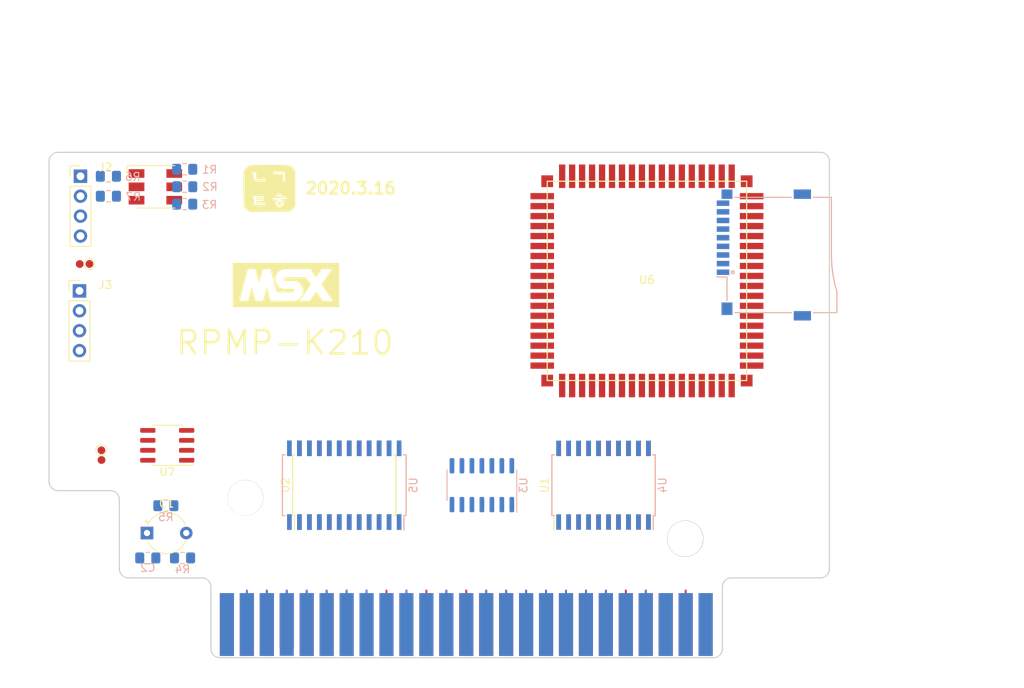
<source format=kicad_pcb>
(kicad_pcb (version 20171130) (host pcbnew 5.1.5+dfsg1-2)

  (general
    (thickness 1.6)
    (drawings 29)
    (tracks 37)
    (zones 0)
    (modules 25)
    (nets 132)
  )

  (page A4)
  (layers
    (0 F.Cu mixed)
    (31 B.Cu mixed)
    (32 B.Adhes user)
    (33 F.Adhes user)
    (34 B.Paste user)
    (35 F.Paste user)
    (36 B.SilkS user)
    (37 F.SilkS user)
    (38 B.Mask user)
    (39 F.Mask user)
    (40 Dwgs.User user)
    (41 Cmts.User user)
    (42 Eco1.User user)
    (43 Eco2.User user)
    (44 Edge.Cuts user)
    (45 Margin user)
    (46 B.CrtYd user)
    (47 F.CrtYd user)
    (48 B.Fab user)
    (49 F.Fab user)
  )

  (setup
    (last_trace_width 0.25)
    (trace_clearance 0.2)
    (zone_clearance 0.508)
    (zone_45_only yes)
    (trace_min 0.2)
    (via_size 0.6)
    (via_drill 0.4)
    (via_min_size 0.4)
    (via_min_drill 0.3)
    (uvia_size 0.3)
    (uvia_drill 0.1)
    (uvias_allowed no)
    (uvia_min_size 0.2)
    (uvia_min_drill 0.1)
    (edge_width 0.15)
    (segment_width 0.2)
    (pcb_text_width 0.3)
    (pcb_text_size 1.5 1.5)
    (mod_edge_width 0.15)
    (mod_text_size 1 1)
    (mod_text_width 0.15)
    (pad_size 4.5 4.5)
    (pad_drill 4.5)
    (pad_to_mask_clearance 0.2)
    (aux_axis_origin 0 0)
    (visible_elements 7FFFEFFF)
    (pcbplotparams
      (layerselection 0x010f0_80000001)
      (usegerberextensions false)
      (usegerberattributes false)
      (usegerberadvancedattributes false)
      (creategerberjobfile false)
      (excludeedgelayer true)
      (linewidth 0.100000)
      (plotframeref false)
      (viasonmask false)
      (mode 1)
      (useauxorigin false)
      (hpglpennumber 1)
      (hpglpenspeed 20)
      (hpglpendiameter 15.000000)
      (psnegative false)
      (psa4output false)
      (plotreference true)
      (plotvalue true)
      (plotinvisibletext false)
      (padsonsilk false)
      (subtractmaskfromsilk false)
      (outputformat 1)
      (mirror false)
      (drillshape 0)
      (scaleselection 1)
      (outputdirectory "output"))
  )

  (net 0 "")
  (net 1 GND)
  (net 2 /RD3)
  (net 3 /RD4)
  (net 4 /RD6)
  (net 5 /RD7)
  (net 6 /RD0)
  (net 7 /RD1)
  (net 8 /RD2)
  (net 9 /RD5)
  (net 10 /WAIT)
  (net 11 /INT)
  (net 12 /BUSDIR)
  (net 13 /IORQ)
  (net 14 /MREQ)
  (net 15 /WR)
  (net 16 /RD)
  (net 17 /RESET)
  (net 18 /A9)
  (net 19 /A15)
  (net 20 /A11)
  (net 21 /A10)
  (net 22 /A7)
  (net 23 /A6)
  (net 24 /A12)
  (net 25 /A8)
  (net 26 /A14)
  (net 27 /A13)
  (net 28 /A1)
  (net 29 /A0)
  (net 30 /A3)
  (net 31 /A2)
  (net 32 /A5)
  (net 33 /A4)
  (net 34 /D1)
  (net 35 /D0)
  (net 36 /D3)
  (net 37 /D2)
  (net 38 /D5)
  (net 39 /D4)
  (net 40 /D7)
  (net 41 /D6)
  (net 42 /CLK)
  (net 43 "Net-(P1-Pad5)")
  (net 44 "Net-(P1-Pad16)")
  (net 45 /RA8)
  (net 46 /RA11)
  (net 47 /RA15)
  (net 48 /RA12)
  (net 49 /RA13)
  (net 50 /RA14)
  (net 51 "Net-(P1-Pad1)")
  (net 52 "Net-(P1-Pad2)")
  (net 53 "Net-(P1-Pad3)")
  (net 54 /SLTSL)
  (net 55 "Net-(P1-Pad6)")
  (net 56 "Net-(P1-Pad44)")
  (net 57 "Net-(P1-Pad48)")
  (net 58 "Net-(P1-Pad50)")
  (net 59 /M1)
  (net 60 /SOUNDIN)
  (net 61 "Net-(D1-Pad4)")
  (net 62 "Net-(D1-Pad5)")
  (net 63 "Net-(D1-Pad6)")
  (net 64 /DAT_EN)
  (net 65 /DAT_DIR)
  (net 66 /ADDR)
  (net 67 "Net-(C1-Pad1)")
  (net 68 /RA10)
  (net 69 /RA9)
  (net 70 "Net-(C2-Pad1)")
  (net 71 /SDA)
  (net 72 /SCK)
  (net 73 /VCC)
  (net 74 /GND)
  (net 75 /5V0)
  (net 76 "Net-(U6-Pad22)")
  (net 77 "Net-(U6-Pad21)")
  (net 78 "Net-(U6-Pad20)")
  (net 79 "Net-(U6-Pad17)")
  (net 80 "Net-(U6-Pad12)")
  (net 81 "Net-(U6-Pad28)")
  (net 82 "Net-(U6-Pad27)")
  (net 83 /3V3)
  (net 84 /RC19)
  (net 85 /RC17)
  (net 86 /RC21)
  (net 87 /RC23)
  (net 88 /RC24)
  (net 89 "Net-(U6-Pad73)")
  (net 90 "Net-(U6-Pad35)")
  (net 91 "Net-(U6-Pad19)")
  (net 92 "Net-(U6-Pad23)")
  (net 93 "Net-(U6-Pad24)")
  (net 94 "Net-(U6-Pad25)")
  (net 95 "Net-(U6-Pad26)")
  (net 96 "Net-(U6-Pad29)")
  (net 97 "Net-(U6-Pad30)")
  (net 98 "Net-(U6-Pad31)")
  (net 99 "Net-(U6-Pad32)")
  (net 100 "Net-(U6-Pad33)")
  (net 101 "Net-(U6-Pad34)")
  (net 102 "Net-(U6-Pad36)")
  (net 103 /SPI0_MISO)
  (net 104 /SPIO_SCLK)
  (net 105 /SPI0_MOSI)
  (net 106 /SPIO_CS)
  (net 107 /RC20)
  (net 108 "Net-(U6-Pad11)")
  (net 109 "Net-(U6-Pad10)")
  (net 110 /PCM_DATA)
  (net 111 /PCM_WS)
  (net 112 /PCM_RCK)
  (net 113 "Net-(U6-Pad38)")
  (net 114 /BOOT)
  (net 115 /WIFI_EN)
  (net 116 /WIFI_TX)
  (net 117 /WIFI_RX)
  (net 118 /UARTTX)
  (net 119 /UARTRX)
  (net 120 "Net-(U6-Pad40)")
  (net 121 "Net-(U6-Pad39)")
  (net 122 "Net-(U6-Pad37)")
  (net 123 /SND)
  (net 124 "Net-(U7-Pad7)")
  (net 125 "Net-(J1-Pad9)")
  (net 126 "Net-(J1-Pad8)")
  (net 127 "Net-(J1-Pad2)")
  (net 128 "Net-(J1-Pad1)")
  (net 129 /SCL)
  (net 130 /SND0)
  (net 131 /SDN0)

  (net_class Default "This is the default net class."
    (clearance 0.2)
    (trace_width 0.25)
    (via_dia 0.6)
    (via_drill 0.4)
    (uvia_dia 0.3)
    (uvia_drill 0.1)
    (add_net /3V3)
    (add_net /5V0)
    (add_net /A0)
    (add_net /A1)
    (add_net /A10)
    (add_net /A11)
    (add_net /A12)
    (add_net /A13)
    (add_net /A14)
    (add_net /A15)
    (add_net /A2)
    (add_net /A3)
    (add_net /A4)
    (add_net /A5)
    (add_net /A6)
    (add_net /A7)
    (add_net /A8)
    (add_net /A9)
    (add_net /ADDR)
    (add_net /BOOT)
    (add_net /BUSDIR)
    (add_net /CLK)
    (add_net /D0)
    (add_net /D1)
    (add_net /D2)
    (add_net /D3)
    (add_net /D4)
    (add_net /D5)
    (add_net /D6)
    (add_net /D7)
    (add_net /DAT_DIR)
    (add_net /DAT_EN)
    (add_net /GND)
    (add_net /INT)
    (add_net /IORQ)
    (add_net /M1)
    (add_net /MREQ)
    (add_net /PCM_DATA)
    (add_net /PCM_RCK)
    (add_net /PCM_WS)
    (add_net /RA10)
    (add_net /RA11)
    (add_net /RA12)
    (add_net /RA13)
    (add_net /RA14)
    (add_net /RA15)
    (add_net /RA8)
    (add_net /RA9)
    (add_net /RC17)
    (add_net /RC19)
    (add_net /RC20)
    (add_net /RC21)
    (add_net /RC23)
    (add_net /RC24)
    (add_net /RD)
    (add_net /RD0)
    (add_net /RD1)
    (add_net /RD2)
    (add_net /RD3)
    (add_net /RD4)
    (add_net /RD5)
    (add_net /RD6)
    (add_net /RD7)
    (add_net /RESET)
    (add_net /SCK)
    (add_net /SCL)
    (add_net /SDA)
    (add_net /SDN0)
    (add_net /SLTSL)
    (add_net /SND)
    (add_net /SND0)
    (add_net /SOUNDIN)
    (add_net /SPI0_MISO)
    (add_net /SPI0_MOSI)
    (add_net /SPIO_CS)
    (add_net /SPIO_SCLK)
    (add_net /UARTRX)
    (add_net /UARTTX)
    (add_net /VCC)
    (add_net /WAIT)
    (add_net /WIFI_EN)
    (add_net /WIFI_RX)
    (add_net /WIFI_TX)
    (add_net /WR)
    (add_net "Net-(C1-Pad1)")
    (add_net "Net-(C2-Pad1)")
    (add_net "Net-(D1-Pad4)")
    (add_net "Net-(D1-Pad5)")
    (add_net "Net-(D1-Pad6)")
    (add_net "Net-(J1-Pad1)")
    (add_net "Net-(J1-Pad2)")
    (add_net "Net-(J1-Pad8)")
    (add_net "Net-(J1-Pad9)")
    (add_net "Net-(P1-Pad1)")
    (add_net "Net-(P1-Pad16)")
    (add_net "Net-(P1-Pad2)")
    (add_net "Net-(P1-Pad3)")
    (add_net "Net-(P1-Pad44)")
    (add_net "Net-(P1-Pad48)")
    (add_net "Net-(P1-Pad5)")
    (add_net "Net-(P1-Pad50)")
    (add_net "Net-(P1-Pad6)")
    (add_net "Net-(U6-Pad10)")
    (add_net "Net-(U6-Pad11)")
    (add_net "Net-(U6-Pad12)")
    (add_net "Net-(U6-Pad17)")
    (add_net "Net-(U6-Pad19)")
    (add_net "Net-(U6-Pad20)")
    (add_net "Net-(U6-Pad21)")
    (add_net "Net-(U6-Pad22)")
    (add_net "Net-(U6-Pad23)")
    (add_net "Net-(U6-Pad24)")
    (add_net "Net-(U6-Pad25)")
    (add_net "Net-(U6-Pad26)")
    (add_net "Net-(U6-Pad27)")
    (add_net "Net-(U6-Pad28)")
    (add_net "Net-(U6-Pad29)")
    (add_net "Net-(U6-Pad30)")
    (add_net "Net-(U6-Pad31)")
    (add_net "Net-(U6-Pad32)")
    (add_net "Net-(U6-Pad33)")
    (add_net "Net-(U6-Pad34)")
    (add_net "Net-(U6-Pad35)")
    (add_net "Net-(U6-Pad36)")
    (add_net "Net-(U6-Pad37)")
    (add_net "Net-(U6-Pad38)")
    (add_net "Net-(U6-Pad39)")
    (add_net "Net-(U6-Pad40)")
    (add_net "Net-(U6-Pad73)")
    (add_net "Net-(U7-Pad7)")
  )

  (net_class 5V ""
    (clearance 0.2)
    (trace_width 0.4)
    (via_dia 0.6)
    (via_drill 0.4)
    (uvia_dia 0.3)
    (uvia_drill 0.1)
  )

  (module Connector_PinHeader_2.54mm:PinHeader_1x04_P2.54mm_Vertical (layer F.Cu) (tedit 59FED5CC) (tstamp 5E58C5B4)
    (at 108.331 52.705)
    (descr "Through hole straight pin header, 1x04, 2.54mm pitch, single row")
    (tags "Through hole pin header THT 1x04 2.54mm single row")
    (path /5E1B2F47)
    (fp_text reference J2 (at 3.175 -1.143) (layer F.SilkS)
      (effects (font (size 1 1) (thickness 0.15)))
    )
    (fp_text value Conn_01x04 (at 4.385 9.89) (layer F.Fab)
      (effects (font (size 1 1) (thickness 0.15)))
    )
    (fp_text user %R (at 2.77 3.81 90) (layer F.Fab)
      (effects (font (size 1 1) (thickness 0.15)))
    )
    (fp_line (start 1.8 -1.8) (end -1.8 -1.8) (layer F.CrtYd) (width 0.05))
    (fp_line (start 1.8 9.4) (end 1.8 -1.8) (layer F.CrtYd) (width 0.05))
    (fp_line (start -1.8 9.4) (end 1.8 9.4) (layer F.CrtYd) (width 0.05))
    (fp_line (start -1.8 -1.8) (end -1.8 9.4) (layer F.CrtYd) (width 0.05))
    (fp_line (start -1.33 -1.33) (end 0 -1.33) (layer F.SilkS) (width 0.12))
    (fp_line (start -1.33 0) (end -1.33 -1.33) (layer F.SilkS) (width 0.12))
    (fp_line (start -1.33 1.27) (end 1.33 1.27) (layer F.SilkS) (width 0.12))
    (fp_line (start 1.33 1.27) (end 1.33 8.95) (layer F.SilkS) (width 0.12))
    (fp_line (start -1.33 1.27) (end -1.33 8.95) (layer F.SilkS) (width 0.12))
    (fp_line (start -1.33 8.95) (end 1.33 8.95) (layer F.SilkS) (width 0.12))
    (fp_line (start -1.27 -0.635) (end -0.635 -1.27) (layer F.Fab) (width 0.1))
    (fp_line (start -1.27 8.89) (end -1.27 -0.635) (layer F.Fab) (width 0.1))
    (fp_line (start 1.27 8.89) (end -1.27 8.89) (layer F.Fab) (width 0.1))
    (fp_line (start 1.27 -1.27) (end 1.27 8.89) (layer F.Fab) (width 0.1))
    (fp_line (start -0.635 -1.27) (end 1.27 -1.27) (layer F.Fab) (width 0.1))
    (pad 4 thru_hole oval (at 0 7.62) (size 1.7 1.7) (drill 1) (layers *.Cu *.Mask)
      (net 74 /GND))
    (pad 3 thru_hole oval (at 0 5.08) (size 1.7 1.7) (drill 1) (layers *.Cu *.Mask)
      (net 73 /VCC))
    (pad 2 thru_hole oval (at 0 2.54) (size 1.7 1.7) (drill 1) (layers *.Cu *.Mask)
      (net 72 /SCK))
    (pad 1 thru_hole rect (at 0 0) (size 1.7 1.7) (drill 1) (layers *.Cu *.Mask)
      (net 71 /SDA))
    (model ${KISYS3DMOD}/Connector_PinHeader_2.54mm.3dshapes/PinHeader_1x04_P2.54mm_Vertical.wrl
      (at (xyz 0 0 0))
      (scale (xyz 1 1 1))
      (rotate (xyz 0 0 0))
    )
  )

  (module Capacitor_SMD:C_0805_2012Metric_Pad1.15x1.40mm_HandSolder (layer B.Cu) (tedit 5B36C52B) (tstamp 5E58BC60)
    (at 116.901 101.346)
    (descr "Capacitor SMD 0805 (2012 Metric), square (rectangular) end terminal, IPC_7351 nominal with elongated pad for handsoldering. (Body size source: https://docs.google.com/spreadsheets/d/1BsfQQcO9C6DZCsRaXUlFlo91Tg2WpOkGARC1WS5S8t0/edit?usp=sharing), generated with kicad-footprint-generator")
    (tags "capacitor handsolder")
    (path /5E1B7EAF)
    (attr smd)
    (fp_text reference C2 (at 0 1.25) (layer B.SilkS)
      (effects (font (size 1 1) (thickness 0.15)) (justify mirror))
    )
    (fp_text value C (at 0 -1.5) (layer B.Fab)
      (effects (font (size 1 1) (thickness 0.15)) (justify mirror))
    )
    (fp_text user %R (at 0 1.25) (layer B.Fab)
      (effects (font (size 1 1) (thickness 0.15)) (justify mirror))
    )
    (fp_line (start 1.85 -0.95) (end -1.85 -0.95) (layer B.CrtYd) (width 0.05))
    (fp_line (start 1.85 0.95) (end 1.85 -0.95) (layer B.CrtYd) (width 0.05))
    (fp_line (start -1.85 0.95) (end 1.85 0.95) (layer B.CrtYd) (width 0.05))
    (fp_line (start -1.85 -0.95) (end -1.85 0.95) (layer B.CrtYd) (width 0.05))
    (fp_line (start -0.261252 -0.71) (end 0.261252 -0.71) (layer B.SilkS) (width 0.12))
    (fp_line (start -0.261252 0.71) (end 0.261252 0.71) (layer B.SilkS) (width 0.12))
    (fp_line (start 1 -0.6) (end -1 -0.6) (layer B.Fab) (width 0.1))
    (fp_line (start 1 0.6) (end 1 -0.6) (layer B.Fab) (width 0.1))
    (fp_line (start -1 0.6) (end 1 0.6) (layer B.Fab) (width 0.1))
    (fp_line (start -1 -0.6) (end -1 0.6) (layer B.Fab) (width 0.1))
    (pad 2 smd roundrect (at 1.025 0) (size 1.15 1.4) (layers B.Cu B.Paste B.Mask) (roundrect_rratio 0.217391)
      (net 67 "Net-(C1-Pad1)"))
    (pad 1 smd roundrect (at -1.025 0) (size 1.15 1.4) (layers B.Cu B.Paste B.Mask) (roundrect_rratio 0.217391)
      (net 70 "Net-(C2-Pad1)"))
    (model ${KISYS3DMOD}/Capacitor_SMD.3dshapes/C_0805_2012Metric.wrl
      (at (xyz 0 0 0))
      (scale (xyz 1 1 1))
      (rotate (xyz 0 0 0))
    )
  )

  (module Resistor_SMD:R_0805_2012Metric_Pad1.15x1.40mm_HandSolder (layer B.Cu) (tedit 5B36C52B) (tstamp 5E58AF25)
    (at 121.602 51.816)
    (descr "Resistor SMD 0805 (2012 Metric), square (rectangular) end terminal, IPC_7351 nominal with elongated pad for handsoldering. (Body size source: https://docs.google.com/spreadsheets/d/1BsfQQcO9C6DZCsRaXUlFlo91Tg2WpOkGARC1WS5S8t0/edit?usp=sharing), generated with kicad-footprint-generator")
    (tags "resistor handsolder")
    (path /5B6DBBA0)
    (attr smd)
    (fp_text reference R1 (at 3.1628 0.0508) (layer B.SilkS)
      (effects (font (size 1 1) (thickness 0.15)) (justify mirror))
    )
    (fp_text value R (at 0 -1.55) (layer B.Fab)
      (effects (font (size 1 1) (thickness 0.15)) (justify mirror))
    )
    (fp_text user %R (at 0 0) (layer B.Fab)
      (effects (font (size 0.4 0.4) (thickness 0.075)) (justify mirror))
    )
    (fp_line (start 1.85 -0.95) (end -1.85 -0.95) (layer B.CrtYd) (width 0.05))
    (fp_line (start 1.85 0.95) (end 1.85 -0.95) (layer B.CrtYd) (width 0.05))
    (fp_line (start -1.85 0.95) (end 1.85 0.95) (layer B.CrtYd) (width 0.05))
    (fp_line (start -1.85 -0.95) (end -1.85 0.95) (layer B.CrtYd) (width 0.05))
    (fp_line (start -0.261252 -0.71) (end 0.261252 -0.71) (layer B.SilkS) (width 0.12))
    (fp_line (start -0.261252 0.71) (end 0.261252 0.71) (layer B.SilkS) (width 0.12))
    (fp_line (start 1 -0.6) (end -1 -0.6) (layer B.Fab) (width 0.1))
    (fp_line (start 1 0.6) (end 1 -0.6) (layer B.Fab) (width 0.1))
    (fp_line (start -1 0.6) (end 1 0.6) (layer B.Fab) (width 0.1))
    (fp_line (start -1 -0.6) (end -1 0.6) (layer B.Fab) (width 0.1))
    (pad 2 smd roundrect (at 1.025 0) (size 1.15 1.4) (layers B.Cu B.Paste B.Mask) (roundrect_rratio 0.217391)
      (net 73 /VCC))
    (pad 1 smd roundrect (at -1.025 0) (size 1.15 1.4) (layers B.Cu B.Paste B.Mask) (roundrect_rratio 0.217391)
      (net 63 "Net-(D1-Pad6)"))
    (model ${KISYS3DMOD}/Resistor_SMD.3dshapes/R_0805_2012Metric.wrl
      (at (xyz 0 0 0))
      (scale (xyz 1 1 1))
      (rotate (xyz 0 0 0))
    )
  )

  (module Resistor_SMD:R_0805_2012Metric_Pad1.15x1.40mm_HandSolder (layer B.Cu) (tedit 5B36C52B) (tstamp 5E58A778)
    (at 121.602 54.0385)
    (descr "Resistor SMD 0805 (2012 Metric), square (rectangular) end terminal, IPC_7351 nominal with elongated pad for handsoldering. (Body size source: https://docs.google.com/spreadsheets/d/1BsfQQcO9C6DZCsRaXUlFlo91Tg2WpOkGARC1WS5S8t0/edit?usp=sharing), generated with kicad-footprint-generator")
    (tags "resistor handsolder")
    (path /5B6DBD2F)
    (attr smd)
    (fp_text reference R2 (at 3.2136 0.0127) (layer B.SilkS)
      (effects (font (size 1 1) (thickness 0.15)) (justify mirror))
    )
    (fp_text value R (at 0 -1.55) (layer B.Fab)
      (effects (font (size 1 1) (thickness 0.15)) (justify mirror))
    )
    (fp_text user %R (at 0 0) (layer B.Fab)
      (effects (font (size 0.4 0.4) (thickness 0.075)) (justify mirror))
    )
    (fp_line (start 1.85 -0.95) (end -1.85 -0.95) (layer B.CrtYd) (width 0.05))
    (fp_line (start 1.85 0.95) (end 1.85 -0.95) (layer B.CrtYd) (width 0.05))
    (fp_line (start -1.85 0.95) (end 1.85 0.95) (layer B.CrtYd) (width 0.05))
    (fp_line (start -1.85 -0.95) (end -1.85 0.95) (layer B.CrtYd) (width 0.05))
    (fp_line (start -0.261252 -0.71) (end 0.261252 -0.71) (layer B.SilkS) (width 0.12))
    (fp_line (start -0.261252 0.71) (end 0.261252 0.71) (layer B.SilkS) (width 0.12))
    (fp_line (start 1 -0.6) (end -1 -0.6) (layer B.Fab) (width 0.1))
    (fp_line (start 1 0.6) (end 1 -0.6) (layer B.Fab) (width 0.1))
    (fp_line (start -1 0.6) (end 1 0.6) (layer B.Fab) (width 0.1))
    (fp_line (start -1 -0.6) (end -1 0.6) (layer B.Fab) (width 0.1))
    (pad 2 smd roundrect (at 1.025 0) (size 1.15 1.4) (layers B.Cu B.Paste B.Mask) (roundrect_rratio 0.217391)
      (net 73 /VCC))
    (pad 1 smd roundrect (at -1.025 0) (size 1.15 1.4) (layers B.Cu B.Paste B.Mask) (roundrect_rratio 0.217391)
      (net 62 "Net-(D1-Pad5)"))
    (model ${KISYS3DMOD}/Resistor_SMD.3dshapes/R_0805_2012Metric.wrl
      (at (xyz 0 0 0))
      (scale (xyz 1 1 1))
      (rotate (xyz 0 0 0))
    )
  )

  (module Resistor_SMD:R_0805_2012Metric_Pad1.15x1.40mm_HandSolder (layer B.Cu) (tedit 5B36C52B) (tstamp 5E58B087)
    (at 121.602 56.261)
    (descr "Resistor SMD 0805 (2012 Metric), square (rectangular) end terminal, IPC_7351 nominal with elongated pad for handsoldering. (Body size source: https://docs.google.com/spreadsheets/d/1BsfQQcO9C6DZCsRaXUlFlo91Tg2WpOkGARC1WS5S8t0/edit?usp=sharing), generated with kicad-footprint-generator")
    (tags "resistor handsolder")
    (path /5B6DBDB9)
    (attr smd)
    (fp_text reference R3 (at 3.1628 0.0762) (layer B.SilkS)
      (effects (font (size 1 1) (thickness 0.15)) (justify mirror))
    )
    (fp_text value R (at 0 -1.55) (layer B.Fab)
      (effects (font (size 1 1) (thickness 0.15)) (justify mirror))
    )
    (fp_text user %R (at 0 0) (layer B.Fab)
      (effects (font (size 0.4 0.4) (thickness 0.075)) (justify mirror))
    )
    (fp_line (start 1.85 -0.95) (end -1.85 -0.95) (layer B.CrtYd) (width 0.05))
    (fp_line (start 1.85 0.95) (end 1.85 -0.95) (layer B.CrtYd) (width 0.05))
    (fp_line (start -1.85 0.95) (end 1.85 0.95) (layer B.CrtYd) (width 0.05))
    (fp_line (start -1.85 -0.95) (end -1.85 0.95) (layer B.CrtYd) (width 0.05))
    (fp_line (start -0.261252 -0.71) (end 0.261252 -0.71) (layer B.SilkS) (width 0.12))
    (fp_line (start -0.261252 0.71) (end 0.261252 0.71) (layer B.SilkS) (width 0.12))
    (fp_line (start 1 -0.6) (end -1 -0.6) (layer B.Fab) (width 0.1))
    (fp_line (start 1 0.6) (end 1 -0.6) (layer B.Fab) (width 0.1))
    (fp_line (start -1 0.6) (end 1 0.6) (layer B.Fab) (width 0.1))
    (fp_line (start -1 -0.6) (end -1 0.6) (layer B.Fab) (width 0.1))
    (pad 2 smd roundrect (at 1.025 0) (size 1.15 1.4) (layers B.Cu B.Paste B.Mask) (roundrect_rratio 0.217391)
      (net 73 /VCC))
    (pad 1 smd roundrect (at -1.025 0) (size 1.15 1.4) (layers B.Cu B.Paste B.Mask) (roundrect_rratio 0.217391)
      (net 61 "Net-(D1-Pad4)"))
    (model ${KISYS3DMOD}/Resistor_SMD.3dshapes/R_0805_2012Metric.wrl
      (at (xyz 0 0 0))
      (scale (xyz 1 1 1))
      (rotate (xyz 0 0 0))
    )
  )

  (module Resistor_SMD:R_0805_2012Metric_Pad1.15x1.40mm_HandSolder (layer B.Cu) (tedit 5B36C52B) (tstamp 5E58AE38)
    (at 121.328 101.346)
    (descr "Resistor SMD 0805 (2012 Metric), square (rectangular) end terminal, IPC_7351 nominal with elongated pad for handsoldering. (Body size source: https://docs.google.com/spreadsheets/d/1BsfQQcO9C6DZCsRaXUlFlo91Tg2WpOkGARC1WS5S8t0/edit?usp=sharing), generated with kicad-footprint-generator")
    (tags "resistor handsolder")
    (path /5E1B8043)
    (attr smd)
    (fp_text reference R4 (at 0 1.45) (layer B.SilkS)
      (effects (font (size 1 1) (thickness 0.15)) (justify mirror))
    )
    (fp_text value R (at 0 -1.55) (layer B.Fab)
      (effects (font (size 1 1) (thickness 0.15)) (justify mirror))
    )
    (fp_text user %R (at 0 0) (layer B.Fab)
      (effects (font (size 0.4 0.4) (thickness 0.075)) (justify mirror))
    )
    (fp_line (start 1.85 -0.95) (end -1.85 -0.95) (layer B.CrtYd) (width 0.05))
    (fp_line (start 1.85 0.95) (end 1.85 -0.95) (layer B.CrtYd) (width 0.05))
    (fp_line (start -1.85 0.95) (end 1.85 0.95) (layer B.CrtYd) (width 0.05))
    (fp_line (start -1.85 -0.95) (end -1.85 0.95) (layer B.CrtYd) (width 0.05))
    (fp_line (start -0.261252 -0.71) (end 0.261252 -0.71) (layer B.SilkS) (width 0.12))
    (fp_line (start -0.261252 0.71) (end 0.261252 0.71) (layer B.SilkS) (width 0.12))
    (fp_line (start 1 -0.6) (end -1 -0.6) (layer B.Fab) (width 0.1))
    (fp_line (start 1 0.6) (end 1 -0.6) (layer B.Fab) (width 0.1))
    (fp_line (start -1 0.6) (end 1 0.6) (layer B.Fab) (width 0.1))
    (fp_line (start -1 -0.6) (end -1 0.6) (layer B.Fab) (width 0.1))
    (pad 2 smd roundrect (at 1.025 0) (size 1.15 1.4) (layers B.Cu B.Paste B.Mask) (roundrect_rratio 0.217391)
      (net 123 /SND))
    (pad 1 smd roundrect (at -1.025 0) (size 1.15 1.4) (layers B.Cu B.Paste B.Mask) (roundrect_rratio 0.217391)
      (net 67 "Net-(C1-Pad1)"))
    (model ${KISYS3DMOD}/Resistor_SMD.3dshapes/R_0805_2012Metric.wrl
      (at (xyz 0 0 0))
      (scale (xyz 1 1 1))
      (rotate (xyz 0 0 0))
    )
  )

  (module Resistor_SMD:R_0805_2012Metric_Pad1.15x1.40mm_HandSolder (layer B.Cu) (tedit 5B36C52B) (tstamp 5E58A4D2)
    (at 119.202 94.6912)
    (descr "Resistor SMD 0805 (2012 Metric), square (rectangular) end terminal, IPC_7351 nominal with elongated pad for handsoldering. (Body size source: https://docs.google.com/spreadsheets/d/1BsfQQcO9C6DZCsRaXUlFlo91Tg2WpOkGARC1WS5S8t0/edit?usp=sharing), generated with kicad-footprint-generator")
    (tags "resistor handsolder")
    (path /5E1B80DA)
    (attr smd)
    (fp_text reference R5 (at 0 1.45) (layer B.SilkS)
      (effects (font (size 1 1) (thickness 0.15)) (justify mirror))
    )
    (fp_text value R (at 0 -1.55) (layer B.Fab)
      (effects (font (size 1 1) (thickness 0.15)) (justify mirror))
    )
    (fp_text user %R (at 0 0) (layer B.Fab)
      (effects (font (size 0.4 0.4) (thickness 0.075)) (justify mirror))
    )
    (fp_line (start 1.85 -0.95) (end -1.85 -0.95) (layer B.CrtYd) (width 0.05))
    (fp_line (start 1.85 0.95) (end 1.85 -0.95) (layer B.CrtYd) (width 0.05))
    (fp_line (start -1.85 0.95) (end 1.85 0.95) (layer B.CrtYd) (width 0.05))
    (fp_line (start -1.85 -0.95) (end -1.85 0.95) (layer B.CrtYd) (width 0.05))
    (fp_line (start -0.261252 -0.71) (end 0.261252 -0.71) (layer B.SilkS) (width 0.12))
    (fp_line (start -0.261252 0.71) (end 0.261252 0.71) (layer B.SilkS) (width 0.12))
    (fp_line (start 1 -0.6) (end -1 -0.6) (layer B.Fab) (width 0.1))
    (fp_line (start 1 0.6) (end 1 -0.6) (layer B.Fab) (width 0.1))
    (fp_line (start -1 0.6) (end 1 0.6) (layer B.Fab) (width 0.1))
    (fp_line (start -1 -0.6) (end -1 0.6) (layer B.Fab) (width 0.1))
    (pad 2 smd roundrect (at 1.025 0) (size 1.15 1.4) (layers B.Cu B.Paste B.Mask) (roundrect_rratio 0.217391)
      (net 67 "Net-(C1-Pad1)"))
    (pad 1 smd roundrect (at -1.025 0) (size 1.15 1.4) (layers B.Cu B.Paste B.Mask) (roundrect_rratio 0.217391)
      (net 70 "Net-(C2-Pad1)"))
    (model ${KISYS3DMOD}/Resistor_SMD.3dshapes/R_0805_2012Metric.wrl
      (at (xyz 0 0 0))
      (scale (xyz 1 1 1))
      (rotate (xyz 0 0 0))
    )
  )

  (module MSX:card_edge_connector (layer F.Cu) (tedit 5E7D1730) (tstamp 5E58BCDB)
    (at 156.2 106.68)
    (path /5A3E9812)
    (fp_text reference P1 (at 2.794 -3.556) (layer F.SilkS) hide
      (effects (font (size 1 1) (thickness 0.15)))
    )
    (fp_text value CONN_02X25 (at 1.25984 -0.66256) (layer F.Fab)
      (effects (font (size 1 1) (thickness 0.15)))
    )
    (fp_arc (start -30.268375 7.356852) (end -31.268375 7.356852) (angle -90.00000001) (layer Dwgs.User) (width 0.1))
    (fp_arc (start 32.846865 7.356852) (end 32.846865 8.356852) (angle -90) (layer Dwgs.User) (width 0.1))
    (fp_circle (center -26.873455 -12.985388) (end -25.523455 -12.985388) (layer Dwgs.User) (width 0.1))
    (fp_circle (center 29.126545 -7.785388) (end 30.476545 -7.785388) (layer Dwgs.User) (width 0.1))
    (fp_circle (center -26.873455 -12.985388) (end -24.623455 -12.985388) (layer Dwgs.User) (width 0.1))
    (fp_circle (center 29.126545 -7.785388) (end 31.376545 -7.785388) (layer Dwgs.User) (width 0.1))
    (fp_line (start 47.626545 -2.785388) (end 47.626545 -56.985388) (layer Dwgs.User) (width 0.1))
    (fp_line (start 33.836705 7.262872) (end 33.836705 -2.737128) (layer Dwgs.User) (width 0.1))
    (fp_line (start 47.626545 -56.985388) (end -55.073455 -56.985388) (layer Dwgs.User) (width 0.1))
    (fp_line (start -55.073455 -13.785388) (end -43.573455 -13.785388) (layer Dwgs.User) (width 0.1))
    (fp_line (start 33.826545 -2.785388) (end 47.626545 -2.785388) (layer Dwgs.User) (width 0.1))
    (fp_line (start -43.573455 -2.785388) (end -31.273455 -2.785388) (layer Dwgs.User) (width 0.1))
    (fp_line (start -31.268375 -2.724428) (end -31.268375 7.275572) (layer Dwgs.User) (width 0.1))
    (fp_line (start -30.253135 8.356852) (end 32.846865 8.356852) (layer Dwgs.User) (width 0.1))
    (fp_line (start -43.573455 -13.785388) (end -43.573455 -2.785388) (layer Dwgs.User) (width 0.1))
    (fp_line (start -55.073455 -56.985388) (end -55.073455 -13.785388) (layer Dwgs.User) (width 0.1))
    (fp_line (start -55.073455 -56.985388) (end -55.073455 -13.785388) (layer Dwgs.User) (width 0.1))
    (fp_line (start -43.573455 -13.785388) (end -43.573455 -2.785388) (layer Dwgs.User) (width 0.1))
    (fp_line (start -30.253135 8.356852) (end 32.846865 8.356852) (layer Dwgs.User) (width 0.1))
    (fp_line (start -31.273455 -2.785388) (end -31.273455 7.214612) (layer Dwgs.User) (width 0.1))
    (fp_line (start -43.573455 -2.785388) (end -31.273455 -2.785388) (layer Dwgs.User) (width 0.1))
    (fp_line (start 33.826545 -2.785388) (end 47.626545 -2.785388) (layer Dwgs.User) (width 0.1))
    (fp_line (start -55.073455 -13.785388) (end -43.573455 -13.785388) (layer Dwgs.User) (width 0.1))
    (fp_line (start 47.626545 -56.985388) (end -55.073455 -56.985388) (layer Dwgs.User) (width 0.1))
    (fp_line (start 47.626545 -2.785388) (end 47.626545 -56.985388) (layer Dwgs.User) (width 0.1))
    (fp_circle (center 29.126545 -7.785388) (end 31.376545 -7.785388) (layer Dwgs.User) (width 0.1))
    (fp_circle (center -26.873455 -12.985388) (end -24.623455 -12.985388) (layer Dwgs.User) (width 0.1))
    (fp_circle (center 29.126545 -7.785388) (end 30.476545 -7.785388) (layer Dwgs.User) (width 0.1))
    (fp_circle (center -26.873455 -12.985388) (end -25.523455 -12.985388) (layer Dwgs.User) (width 0.1))
    (fp_arc (start 32.846865 7.356852) (end 32.846865 8.356852) (angle -90) (layer Dwgs.User) (width 0.1))
    (pad "" np_thru_hole circle (at 29.12364 -7.78256) (size 4.5 4.5) (drill 4.5) (layers *.Cu *.Mask F.SilkS)
      (clearance 1))
    (pad 1 connect rect (at 31.73984 3.14744) (size 1.8 8) (layers B.Cu B.Mask)
      (net 51 "Net-(P1-Pad1)"))
    (pad 2 connect rect (at 31.73984 3.14744) (size 1.8 8) (layers F.Cu F.Mask)
      (net 52 "Net-(P1-Pad2)"))
    (pad 3 connect rect (at 29.19984 3.14744) (size 1.8 8) (layers B.Cu B.Mask)
      (net 53 "Net-(P1-Pad3)"))
    (pad 4 connect rect (at 29.19984 3.14744) (size 1.8 8) (layers F.Cu F.Mask)
      (net 54 /SLTSL))
    (pad 5 connect rect (at 26.65984 3.14744) (size 1.8 8) (layers B.Cu B.Mask)
      (net 43 "Net-(P1-Pad5)"))
    (pad 6 connect rect (at 26.65984 3.14744) (size 1.8 8) (layers F.Cu F.Mask)
      (net 55 "Net-(P1-Pad6)"))
    (pad 7 connect rect (at 24.11984 3.14744) (size 1.8 8) (layers B.Cu B.Mask)
      (net 10 /WAIT))
    (pad 8 connect rect (at 24.11984 3.14744) (size 1.8 8) (layers F.Cu F.Mask)
      (net 11 /INT))
    (pad 9 connect rect (at 21.57984 3.14744) (size 1.8 8) (layers B.Cu B.Mask)
      (net 59 /M1))
    (pad 10 connect rect (at 21.57984 3.14744) (size 1.8 8) (layers F.Cu F.Mask)
      (net 12 /BUSDIR))
    (pad 11 connect rect (at 19.03984 3.14744) (size 1.8 8) (layers B.Cu B.Mask)
      (net 13 /IORQ))
    (pad 12 connect rect (at 19.03984 3.14744) (size 1.8 8) (layers F.Cu F.Mask)
      (net 14 /MREQ))
    (pad 13 connect rect (at 16.49984 3.14744) (size 1.8 8) (layers B.Cu B.Mask)
      (net 15 /WR))
    (pad 14 connect rect (at 16.49984 3.14744) (size 1.8 8) (layers F.Cu F.Mask)
      (net 16 /RD))
    (pad 15 connect rect (at 13.95984 3.14744) (size 1.8 8) (layers B.Cu B.Mask)
      (net 17 /RESET))
    (pad 16 connect rect (at 13.95984 3.14744) (size 1.8 8) (layers F.Cu F.Mask)
      (net 44 "Net-(P1-Pad16)"))
    (pad 17 connect rect (at 11.41984 3.14744) (size 1.8 8) (layers B.Cu B.Mask)
      (net 18 /A9))
    (pad 18 connect rect (at 11.41984 3.14744) (size 1.8 8) (layers F.Cu F.Mask)
      (net 19 /A15))
    (pad 19 connect rect (at 8.87984 3.14744) (size 1.8 8) (layers B.Cu B.Mask)
      (net 20 /A11))
    (pad 20 connect rect (at 8.87984 3.14744) (size 1.8 8) (layers F.Cu F.Mask)
      (net 21 /A10))
    (pad 21 connect rect (at 6.33984 3.14744) (size 1.8 8) (layers B.Cu B.Mask)
      (net 22 /A7))
    (pad 22 connect rect (at 6.33984 3.14744) (size 1.8 8) (layers F.Cu F.Mask)
      (net 23 /A6))
    (pad 23 connect rect (at 3.79984 3.14744) (size 1.8 8) (layers B.Cu B.Mask)
      (net 24 /A12))
    (pad 24 connect rect (at 3.79984 3.14744) (size 1.8 8) (layers F.Cu F.Mask)
      (net 25 /A8))
    (pad 25 connect rect (at 1.25984 3.14744) (size 1.8 8) (layers B.Cu B.Mask)
      (net 26 /A14))
    (pad 26 connect rect (at 1.25984 3.14744) (size 1.8 8) (layers F.Cu F.Mask)
      (net 27 /A13))
    (pad 27 connect rect (at -1.28016 3.14744) (size 1.8 8) (layers B.Cu B.Mask)
      (net 28 /A1))
    (pad 28 connect rect (at -1.28016 3.14744) (size 1.8 8) (layers F.Cu F.Mask)
      (net 29 /A0))
    (pad 29 connect rect (at -3.82016 3.14744) (size 1.8 8) (layers B.Cu B.Mask)
      (net 30 /A3))
    (pad 30 connect rect (at -3.82016 3.14744) (size 1.8 8) (layers F.Cu F.Mask)
      (net 31 /A2))
    (pad 31 connect rect (at -6.36016 3.14744) (size 1.8 8) (layers B.Cu B.Mask)
      (net 32 /A5))
    (pad 32 connect rect (at -6.36016 3.14744) (size 1.8 8) (layers F.Cu F.Mask)
      (net 33 /A4))
    (pad 33 connect rect (at -8.90016 3.14744) (size 1.8 8) (layers B.Cu B.Mask)
      (net 34 /D1))
    (pad 34 connect rect (at -8.90016 3.14744) (size 1.8 8) (layers F.Cu F.Mask)
      (net 35 /D0))
    (pad 35 connect rect (at -11.44016 3.14744) (size 1.8 8) (layers B.Cu B.Mask)
      (net 36 /D3))
    (pad 36 connect rect (at -11.44016 3.14744) (size 1.8 8) (layers F.Cu F.Mask)
      (net 37 /D2))
    (pad 37 connect rect (at -13.98016 3.14744) (size 1.8 8) (layers B.Cu B.Mask)
      (net 38 /D5))
    (pad 38 connect rect (at -13.98016 3.14744) (size 1.8 8) (layers F.Cu F.Mask)
      (net 39 /D4))
    (pad 39 connect rect (at -16.52016 3.14744) (size 1.8 8) (layers B.Cu B.Mask)
      (net 40 /D7))
    (pad 40 connect rect (at -16.52016 3.14744) (size 1.8 8) (layers F.Cu F.Mask)
      (net 41 /D6))
    (pad 41 connect rect (at -19.06016 3.14744) (size 1.8 8) (layers B.Cu B.Mask)
      (net 74 /GND))
    (pad 42 connect rect (at -19.06016 3.14744) (size 1.8 8) (layers F.Cu F.Mask)
      (net 42 /CLK))
    (pad 43 connect rect (at -21.60016 3.14744) (size 1.8 8) (layers B.Cu B.Mask)
      (net 74 /GND))
    (pad 44 connect rect (at -21.60524 2.65468) (size 1.8 7) (layers F.Cu F.Mask)
      (net 56 "Net-(P1-Pad44)"))
    (pad 45 connect rect (at -24.14016 3.14744) (size 1.8 8) (layers B.Cu B.Mask)
      (net 75 /5V0))
    (pad 46 connect rect (at -24.14016 3.14744) (size 1.8 8) (layers F.Cu F.Mask)
      (net 56 "Net-(P1-Pad44)"))
    (pad 47 connect rect (at -26.68016 3.14744) (size 1.8 8) (layers B.Cu B.Mask)
      (net 75 /5V0))
    (pad 48 connect rect (at -26.68016 3.14744) (size 1.8 8) (layers F.Cu F.Mask)
      (net 57 "Net-(P1-Pad48)"))
    (pad 49 connect rect (at -29.22016 3.14744) (size 1.8 8) (layers B.Cu B.Mask)
      (net 60 /SOUNDIN))
    (pad 50 connect rect (at -29.22016 3.14744) (size 1.8 8) (layers F.Cu F.Mask)
      (net 58 "Net-(P1-Pad50)"))
    (pad "" np_thru_hole circle (at -26.87574 -12.98448) (size 4.5 4.5) (drill 4.5) (layers *.Cu *.Mask F.SilkS)
      (clearance 1))
  )

  (module LEDs:LED_RGB_5050-6 (layer F.Cu) (tedit 5E1DC84D) (tstamp 5E58A8C0)
    (at 117.869 54.053)
    (descr http://cdn.sparkfun.com/datasheets/Components/LED/5060BRG4.pdf)
    (tags "RGB LED 5050-6")
    (path /5B6DB9E5)
    (attr smd)
    (fp_text reference D1 (at -0.013 -3.4435 180) (layer F.SilkS) hide
      (effects (font (size 1 1) (thickness 0.15)))
    )
    (fp_text value LED_RGB (at 0 3.3) (layer F.Fab)
      (effects (font (size 1 1) (thickness 0.15)))
    )
    (fp_line (start -2.5 -1.9) (end -1.9 -2.5) (layer F.Fab) (width 0.1))
    (fp_line (start 2.5 -2.5) (end -2.5 -2.5) (layer F.Fab) (width 0.1))
    (fp_line (start 2.5 2.5) (end 2.5 -2.5) (layer F.Fab) (width 0.1))
    (fp_line (start -2.5 2.5) (end 2.5 2.5) (layer F.Fab) (width 0.1))
    (fp_line (start -2.5 -2.5) (end -2.5 2.5) (layer F.Fab) (width 0.1))
    (fp_line (start -3.6 -2.7) (end 2.5 -2.7) (layer F.SilkS) (width 0.12))
    (fp_line (start -3.6 -1.6) (end -3.6 -2.7) (layer F.SilkS) (width 0.12))
    (fp_line (start 2.5 2.7) (end -2.5 2.7) (layer F.SilkS) (width 0.12))
    (fp_line (start 3.65 -2.75) (end -3.65 -2.75) (layer F.CrtYd) (width 0.05))
    (fp_line (start 3.65 2.75) (end 3.65 -2.75) (layer F.CrtYd) (width 0.05))
    (fp_line (start -3.65 2.75) (end 3.65 2.75) (layer F.CrtYd) (width 0.05))
    (fp_line (start -3.65 -2.75) (end -3.65 2.75) (layer F.CrtYd) (width 0.05))
    (fp_text user %R (at 0 0) (layer F.Fab)
      (effects (font (size 0.6 0.6) (thickness 0.06)))
    )
    (fp_circle (center 0 0) (end 0 -1.9) (layer F.Fab) (width 0.1))
    (pad 1 smd rect (at -2.4 -1.7 90) (size 1.1 2) (layers F.Cu F.Paste F.Mask)
      (net 64 /DAT_EN))
    (pad 2 smd rect (at -2.4 0 90) (size 1.1 2) (layers F.Cu F.Paste F.Mask)
      (net 54 /SLTSL))
    (pad 3 smd rect (at -2.4 1.7 90) (size 1.1 2) (layers F.Cu F.Paste F.Mask)
      (net 65 /DAT_DIR))
    (pad 4 smd rect (at 2.4 1.7 90) (size 1.1 2) (layers F.Cu F.Paste F.Mask)
      (net 61 "Net-(D1-Pad4)"))
    (pad 5 smd rect (at 2.4 0 90) (size 1.1 2) (layers F.Cu F.Paste F.Mask)
      (net 62 "Net-(D1-Pad5)"))
    (pad 6 smd rect (at 2.4 -1.7 90) (size 1.1 2) (layers F.Cu F.Paste F.Mask)
      (net 63 "Net-(D1-Pad6)"))
    (model ${KISYS3DMOD}/LEDs.3dshapes/LED_RGB_5050-6.wrl
      (at (xyz 0 0 0))
      (scale (xyz 1 1 1))
      (rotate (xyz 0 0 0))
    )
  )

  (module Housings_SOIC:SOIC-20W_7.5x12.8mm_Pitch1.27mm (layer F.Cu) (tedit 58CC8F64) (tstamp 5E58B4D1)
    (at 174.9425 92.075 90)
    (descr "20-Lead Plastic Small Outline (SO) - Wide, 7.50 mm Body [SOIC] (see Microchip Packaging Specification 00000049BS.pdf)")
    (tags "SOIC 1.27")
    (path /5B6DAD95)
    (attr smd)
    (fp_text reference U1 (at 0 -7.5 90) (layer F.SilkS)
      (effects (font (size 1 1) (thickness 0.15)))
    )
    (fp_text value 74HC244 (at 0 7.5 90) (layer F.Fab)
      (effects (font (size 1 1) (thickness 0.15)))
    )
    (fp_text user %R (at 0 0 90) (layer F.Fab)
      (effects (font (size 1 1) (thickness 0.15)))
    )
    (fp_line (start -2.75 -6.4) (end 3.75 -6.4) (layer F.Fab) (width 0.15))
    (fp_line (start 3.75 -6.4) (end 3.75 6.4) (layer F.Fab) (width 0.15))
    (fp_line (start 3.75 6.4) (end -3.75 6.4) (layer F.Fab) (width 0.15))
    (fp_line (start -3.75 6.4) (end -3.75 -5.4) (layer F.Fab) (width 0.15))
    (fp_line (start -3.75 -5.4) (end -2.75 -6.4) (layer F.Fab) (width 0.15))
    (fp_line (start -5.95 -6.75) (end -5.95 6.75) (layer F.CrtYd) (width 0.05))
    (fp_line (start 5.95 -6.75) (end 5.95 6.75) (layer F.CrtYd) (width 0.05))
    (fp_line (start -5.95 -6.75) (end 5.95 -6.75) (layer F.CrtYd) (width 0.05))
    (fp_line (start -5.95 6.75) (end 5.95 6.75) (layer F.CrtYd) (width 0.05))
    (fp_line (start -3.875 -6.575) (end -3.875 -6.325) (layer F.SilkS) (width 0.15))
    (fp_line (start 3.875 -6.575) (end 3.875 -6.24) (layer F.SilkS) (width 0.15))
    (fp_line (start 3.875 6.575) (end 3.875 6.24) (layer F.SilkS) (width 0.15))
    (fp_line (start -3.875 6.575) (end -3.875 6.24) (layer F.SilkS) (width 0.15))
    (fp_line (start -3.875 -6.575) (end 3.875 -6.575) (layer F.SilkS) (width 0.15))
    (fp_line (start -3.875 6.575) (end 3.875 6.575) (layer F.SilkS) (width 0.15))
    (fp_line (start -3.875 -6.325) (end -5.675 -6.325) (layer F.SilkS) (width 0.15))
    (pad 1 smd rect (at -4.7 -5.715 90) (size 1.95 0.6) (layers F.Cu F.Paste F.Mask)
      (net 66 /ADDR))
    (pad 2 smd rect (at -4.7 -4.445 90) (size 1.95 0.6) (layers F.Cu F.Paste F.Mask)
      (net 25 /A8))
    (pad 3 smd rect (at -4.7 -3.175 90) (size 1.95 0.6) (layers F.Cu F.Paste F.Mask)
      (net 48 /RA12))
    (pad 4 smd rect (at -4.7 -1.905 90) (size 1.95 0.6) (layers F.Cu F.Paste F.Mask)
      (net 18 /A9))
    (pad 5 smd rect (at -4.7 -0.635 90) (size 1.95 0.6) (layers F.Cu F.Paste F.Mask)
      (net 49 /RA13))
    (pad 6 smd rect (at -4.7 0.635 90) (size 1.95 0.6) (layers F.Cu F.Paste F.Mask)
      (net 21 /A10))
    (pad 7 smd rect (at -4.7 1.905 90) (size 1.95 0.6) (layers F.Cu F.Paste F.Mask)
      (net 50 /RA14))
    (pad 8 smd rect (at -4.7 3.175 90) (size 1.95 0.6) (layers F.Cu F.Paste F.Mask)
      (net 20 /A11))
    (pad 9 smd rect (at -4.7 4.445 90) (size 1.95 0.6) (layers F.Cu F.Paste F.Mask)
      (net 47 /RA15))
    (pad 10 smd rect (at -4.7 5.715 90) (size 1.95 0.6) (layers F.Cu F.Paste F.Mask)
      (net 74 /GND))
    (pad 11 smd rect (at 4.7 5.715 90) (size 1.95 0.6) (layers F.Cu F.Paste F.Mask)
      (net 19 /A15))
    (pad 12 smd rect (at 4.7 4.445 90) (size 1.95 0.6) (layers F.Cu F.Paste F.Mask)
      (net 46 /RA11))
    (pad 13 smd rect (at 4.7 3.175 90) (size 1.95 0.6) (layers F.Cu F.Paste F.Mask)
      (net 26 /A14))
    (pad 14 smd rect (at 4.7 1.905 90) (size 1.95 0.6) (layers F.Cu F.Paste F.Mask)
      (net 68 /RA10))
    (pad 15 smd rect (at 4.7 0.635 90) (size 1.95 0.6) (layers F.Cu F.Paste F.Mask)
      (net 27 /A13))
    (pad 16 smd rect (at 4.7 -0.635 90) (size 1.95 0.6) (layers F.Cu F.Paste F.Mask)
      (net 69 /RA9))
    (pad 17 smd rect (at 4.7 -1.905 90) (size 1.95 0.6) (layers F.Cu F.Paste F.Mask)
      (net 24 /A12))
    (pad 18 smd rect (at 4.7 -3.175 90) (size 1.95 0.6) (layers F.Cu F.Paste F.Mask)
      (net 45 /RA8))
    (pad 19 smd rect (at 4.7 -4.445 90) (size 1.95 0.6) (layers F.Cu F.Paste F.Mask)
      (net 66 /ADDR))
    (pad 20 smd rect (at 4.7 -5.715 90) (size 1.95 0.6) (layers F.Cu F.Paste F.Mask)
      (net 73 /VCC))
    (model ${KISYS3DMOD}/Housings_SOIC.3dshapes/SOIC-20W_7.5x12.8mm_Pitch1.27mm.wrl
      (at (xyz 0 0 0))
      (scale (xyz 1 1 1))
      (rotate (xyz 0 0 0))
    )
  )

  (module Housings_SOIC:SOIC-20W_7.5x12.8mm_Pitch1.27mm (layer F.Cu) (tedit 58CC8F64) (tstamp 5E58BB9A)
    (at 141.9225 92.075 90)
    (descr "20-Lead Plastic Small Outline (SO) - Wide, 7.50 mm Body [SOIC] (see Microchip Packaging Specification 00000049BS.pdf)")
    (tags "SOIC 1.27")
    (path /5AEA30DE)
    (attr smd)
    (fp_text reference U2 (at 0 -7.5 90) (layer F.SilkS)
      (effects (font (size 1 1) (thickness 0.15)))
    )
    (fp_text value 74HC244 (at 0 7.5 90) (layer F.Fab)
      (effects (font (size 1 1) (thickness 0.15)))
    )
    (fp_text user %R (at 0 0 90) (layer F.Fab)
      (effects (font (size 1 1) (thickness 0.15)))
    )
    (fp_line (start -2.75 -6.4) (end 3.75 -6.4) (layer F.Fab) (width 0.15))
    (fp_line (start 3.75 -6.4) (end 3.75 6.4) (layer F.Fab) (width 0.15))
    (fp_line (start 3.75 6.4) (end -3.75 6.4) (layer F.Fab) (width 0.15))
    (fp_line (start -3.75 6.4) (end -3.75 -5.4) (layer F.Fab) (width 0.15))
    (fp_line (start -3.75 -5.4) (end -2.75 -6.4) (layer F.Fab) (width 0.15))
    (fp_line (start -5.95 -6.75) (end -5.95 6.75) (layer F.CrtYd) (width 0.05))
    (fp_line (start 5.95 -6.75) (end 5.95 6.75) (layer F.CrtYd) (width 0.05))
    (fp_line (start -5.95 -6.75) (end 5.95 -6.75) (layer F.CrtYd) (width 0.05))
    (fp_line (start -5.95 6.75) (end 5.95 6.75) (layer F.CrtYd) (width 0.05))
    (fp_line (start -3.875 -6.575) (end -3.875 -6.325) (layer F.SilkS) (width 0.15))
    (fp_line (start 3.875 -6.575) (end 3.875 -6.24) (layer F.SilkS) (width 0.15))
    (fp_line (start 3.875 6.575) (end 3.875 6.24) (layer F.SilkS) (width 0.15))
    (fp_line (start -3.875 6.575) (end -3.875 6.24) (layer F.SilkS) (width 0.15))
    (fp_line (start -3.875 -6.575) (end 3.875 -6.575) (layer F.SilkS) (width 0.15))
    (fp_line (start -3.875 6.575) (end 3.875 6.575) (layer F.SilkS) (width 0.15))
    (fp_line (start -3.875 -6.325) (end -5.675 -6.325) (layer F.SilkS) (width 0.15))
    (pad 1 smd rect (at -4.7 -5.715 90) (size 1.95 0.6) (layers F.Cu F.Paste F.Mask)
      (net 66 /ADDR))
    (pad 2 smd rect (at -4.7 -4.445 90) (size 1.95 0.6) (layers F.Cu F.Paste F.Mask)
      (net 23 /A6))
    (pad 3 smd rect (at -4.7 -3.175 90) (size 1.95 0.6) (layers F.Cu F.Paste F.Mask)
      (net 8 /RD2))
    (pad 4 smd rect (at -4.7 -1.905 90) (size 1.95 0.6) (layers F.Cu F.Paste F.Mask)
      (net 22 /A7))
    (pad 5 smd rect (at -4.7 -0.635 90) (size 1.95 0.6) (layers F.Cu F.Paste F.Mask)
      (net 2 /RD3))
    (pad 6 smd rect (at -4.7 0.635 90) (size 1.95 0.6) (layers F.Cu F.Paste F.Mask)
      (net 33 /A4))
    (pad 7 smd rect (at -4.7 1.905 90) (size 1.95 0.6) (layers F.Cu F.Paste F.Mask)
      (net 6 /RD0))
    (pad 8 smd rect (at -4.7 3.175 90) (size 1.95 0.6) (layers F.Cu F.Paste F.Mask)
      (net 32 /A5))
    (pad 9 smd rect (at -4.7 4.445 90) (size 1.95 0.6) (layers F.Cu F.Paste F.Mask)
      (net 7 /RD1))
    (pad 10 smd rect (at -4.7 5.715 90) (size 1.95 0.6) (layers F.Cu F.Paste F.Mask)
      (net 74 /GND))
    (pad 11 smd rect (at 4.7 5.715 90) (size 1.95 0.6) (layers F.Cu F.Paste F.Mask)
      (net 28 /A1))
    (pad 12 smd rect (at 4.7 4.445 90) (size 1.95 0.6) (layers F.Cu F.Paste F.Mask)
      (net 9 /RD5))
    (pad 13 smd rect (at 4.7 3.175 90) (size 1.95 0.6) (layers F.Cu F.Paste F.Mask)
      (net 29 /A0))
    (pad 14 smd rect (at 4.7 1.905 90) (size 1.95 0.6) (layers F.Cu F.Paste F.Mask)
      (net 3 /RD4))
    (pad 15 smd rect (at 4.7 0.635 90) (size 1.95 0.6) (layers F.Cu F.Paste F.Mask)
      (net 30 /A3))
    (pad 16 smd rect (at 4.7 -0.635 90) (size 1.95 0.6) (layers F.Cu F.Paste F.Mask)
      (net 5 /RD7))
    (pad 17 smd rect (at 4.7 -1.905 90) (size 1.95 0.6) (layers F.Cu F.Paste F.Mask)
      (net 31 /A2))
    (pad 18 smd rect (at 4.7 -3.175 90) (size 1.95 0.6) (layers F.Cu F.Paste F.Mask)
      (net 4 /RD6))
    (pad 19 smd rect (at 4.7 -4.445 90) (size 1.95 0.6) (layers F.Cu F.Paste F.Mask)
      (net 66 /ADDR))
    (pad 20 smd rect (at 4.7 -5.715 90) (size 1.95 0.6) (layers F.Cu F.Paste F.Mask)
      (net 73 /VCC))
    (model ${KISYS3DMOD}/Housings_SOIC.3dshapes/SOIC-20W_7.5x12.8mm_Pitch1.27mm.wrl
      (at (xyz 0 0 0))
      (scale (xyz 1 1 1))
      (rotate (xyz 0 0 0))
    )
  )

  (module Housings_SOIC:SOIC-20W_7.5x12.8mm_Pitch1.27mm (layer B.Cu) (tedit 58CC8F64) (tstamp 5E58B5D6)
    (at 174.9425 92.075 90)
    (descr "20-Lead Plastic Small Outline (SO) - Wide, 7.50 mm Body [SOIC] (see Microchip Packaging Specification 00000049BS.pdf)")
    (tags "SOIC 1.27")
    (path /5AEA5251)
    (attr smd)
    (fp_text reference U4 (at 0 7.5 90) (layer B.SilkS)
      (effects (font (size 1 1) (thickness 0.15)) (justify mirror))
    )
    (fp_text value 74HC244 (at 0 -7.5 90) (layer B.Fab)
      (effects (font (size 1 1) (thickness 0.15)) (justify mirror))
    )
    (fp_text user %R (at 0 0 90) (layer B.Fab)
      (effects (font (size 1 1) (thickness 0.15)) (justify mirror))
    )
    (fp_line (start -2.75 6.4) (end 3.75 6.4) (layer B.Fab) (width 0.15))
    (fp_line (start 3.75 6.4) (end 3.75 -6.4) (layer B.Fab) (width 0.15))
    (fp_line (start 3.75 -6.4) (end -3.75 -6.4) (layer B.Fab) (width 0.15))
    (fp_line (start -3.75 -6.4) (end -3.75 5.4) (layer B.Fab) (width 0.15))
    (fp_line (start -3.75 5.4) (end -2.75 6.4) (layer B.Fab) (width 0.15))
    (fp_line (start -5.95 6.75) (end -5.95 -6.75) (layer B.CrtYd) (width 0.05))
    (fp_line (start 5.95 6.75) (end 5.95 -6.75) (layer B.CrtYd) (width 0.05))
    (fp_line (start -5.95 6.75) (end 5.95 6.75) (layer B.CrtYd) (width 0.05))
    (fp_line (start -5.95 -6.75) (end 5.95 -6.75) (layer B.CrtYd) (width 0.05))
    (fp_line (start -3.875 6.575) (end -3.875 6.325) (layer B.SilkS) (width 0.15))
    (fp_line (start 3.875 6.575) (end 3.875 6.24) (layer B.SilkS) (width 0.15))
    (fp_line (start 3.875 -6.575) (end 3.875 -6.24) (layer B.SilkS) (width 0.15))
    (fp_line (start -3.875 -6.575) (end -3.875 -6.24) (layer B.SilkS) (width 0.15))
    (fp_line (start -3.875 6.575) (end 3.875 6.575) (layer B.SilkS) (width 0.15))
    (fp_line (start -3.875 -6.575) (end 3.875 -6.575) (layer B.SilkS) (width 0.15))
    (fp_line (start -3.875 6.325) (end -5.675 6.325) (layer B.SilkS) (width 0.15))
    (pad 1 smd rect (at -4.7 5.715 90) (size 1.95 0.6) (layers B.Cu B.Paste B.Mask)
      (net 74 /GND))
    (pad 2 smd rect (at -4.7 4.445 90) (size 1.95 0.6) (layers B.Cu B.Paste B.Mask)
      (net 17 /RESET))
    (pad 3 smd rect (at -4.7 3.175 90) (size 1.95 0.6) (layers B.Cu B.Paste B.Mask)
      (net 45 /RA8))
    (pad 4 smd rect (at -4.7 1.905 90) (size 1.95 0.6) (layers B.Cu B.Paste B.Mask)
      (net 42 /CLK))
    (pad 5 smd rect (at -4.7 0.635 90) (size 1.95 0.6) (layers B.Cu B.Paste B.Mask)
      (net 69 /RA9))
    (pad 6 smd rect (at -4.7 -0.635 90) (size 1.95 0.6) (layers B.Cu B.Paste B.Mask)
      (net 13 /IORQ))
    (pad 7 smd rect (at -4.7 -1.905 90) (size 1.95 0.6) (layers B.Cu B.Paste B.Mask)
      (net 46 /RA11))
    (pad 8 smd rect (at -4.7 -3.175 90) (size 1.95 0.6) (layers B.Cu B.Paste B.Mask)
      (net 14 /MREQ))
    (pad 9 smd rect (at -4.7 -4.445 90) (size 1.95 0.6) (layers B.Cu B.Paste B.Mask)
      (net 68 /RA10))
    (pad 10 smd rect (at -4.7 -5.715 90) (size 1.95 0.6) (layers B.Cu B.Paste B.Mask)
      (net 74 /GND))
    (pad 11 smd rect (at 4.7 -5.715 90) (size 1.95 0.6) (layers B.Cu B.Paste B.Mask)
      (net 59 /M1))
    (pad 12 smd rect (at 4.7 -4.445 90) (size 1.95 0.6) (layers B.Cu B.Paste B.Mask)
      (net 86 /RC21))
    (pad 13 smd rect (at 4.7 -3.175 90) (size 1.95 0.6) (layers B.Cu B.Paste B.Mask)
      (net 54 /SLTSL))
    (pad 14 smd rect (at 4.7 -1.905 90) (size 1.95 0.6) (layers B.Cu B.Paste B.Mask)
      (net 87 /RC23))
    (pad 15 smd rect (at 4.7 -0.635 90) (size 1.95 0.6) (layers B.Cu B.Paste B.Mask)
      (net 15 /WR))
    (pad 16 smd rect (at 4.7 0.635 90) (size 1.95 0.6) (layers B.Cu B.Paste B.Mask)
      (net 88 /RC24))
    (pad 17 smd rect (at 4.7 1.905 90) (size 1.95 0.6) (layers B.Cu B.Paste B.Mask)
      (net 16 /RD))
    (pad 18 smd rect (at 4.7 3.175 90) (size 1.95 0.6) (layers B.Cu B.Paste B.Mask)
      (net 65 /DAT_DIR))
    (pad 19 smd rect (at 4.7 4.445 90) (size 1.95 0.6) (layers B.Cu B.Paste B.Mask)
      (net 64 /DAT_EN))
    (pad 20 smd rect (at 4.7 5.715 90) (size 1.95 0.6) (layers B.Cu B.Paste B.Mask)
      (net 73 /VCC))
    (model ${KISYS3DMOD}/Housings_SOIC.3dshapes/SOIC-20W_7.5x12.8mm_Pitch1.27mm.wrl
      (at (xyz 0 0 0))
      (scale (xyz 1 1 1))
      (rotate (xyz 0 0 0))
    )
  )

  (module Housings_SOIC:SOIC-24W_7.5x15.4mm_Pitch1.27mm (layer B.Cu) (tedit 58CC8F64) (tstamp 5E58B54D)
    (at 141.9225 92.075 90)
    (descr "24-Lead Plastic Small Outline (SO) - Wide, 7.50 mm Body [SOIC] (see Microchip Packaging Specification 00000049BS.pdf)")
    (tags "SOIC 1.27")
    (path /5ADE7C52)
    (attr smd)
    (fp_text reference U5 (at 0 8.8 90) (layer B.SilkS)
      (effects (font (size 1 1) (thickness 0.15)) (justify mirror))
    )
    (fp_text value LVC4245 (at 0 -8.8 90) (layer B.Fab)
      (effects (font (size 1 1) (thickness 0.15)) (justify mirror))
    )
    (fp_text user %R (at 0 0 90) (layer B.Fab)
      (effects (font (size 1 1) (thickness 0.15)) (justify mirror))
    )
    (fp_line (start -2.75 7.7) (end 3.75 7.7) (layer B.Fab) (width 0.15))
    (fp_line (start 3.75 7.7) (end 3.75 -7.7) (layer B.Fab) (width 0.15))
    (fp_line (start 3.75 -7.7) (end -3.75 -7.7) (layer B.Fab) (width 0.15))
    (fp_line (start -3.75 -7.7) (end -3.75 6.7) (layer B.Fab) (width 0.15))
    (fp_line (start -3.75 6.7) (end -2.75 7.7) (layer B.Fab) (width 0.15))
    (fp_line (start -5.95 8.05) (end -5.95 -8.05) (layer B.CrtYd) (width 0.05))
    (fp_line (start 5.95 8.05) (end 5.95 -8.05) (layer B.CrtYd) (width 0.05))
    (fp_line (start -5.95 8.05) (end 5.95 8.05) (layer B.CrtYd) (width 0.05))
    (fp_line (start -5.95 -8.05) (end 5.95 -8.05) (layer B.CrtYd) (width 0.05))
    (fp_line (start -3.875 7.875) (end -3.875 7.6) (layer B.SilkS) (width 0.15))
    (fp_line (start 3.875 7.875) (end 3.875 7.51) (layer B.SilkS) (width 0.15))
    (fp_line (start 3.875 -7.875) (end 3.875 -7.51) (layer B.SilkS) (width 0.15))
    (fp_line (start -3.875 -7.875) (end -3.875 -7.51) (layer B.SilkS) (width 0.15))
    (fp_line (start -3.875 7.875) (end 3.875 7.875) (layer B.SilkS) (width 0.15))
    (fp_line (start -3.875 -7.875) (end 3.875 -7.875) (layer B.SilkS) (width 0.15))
    (fp_line (start -3.875 7.6) (end -5.7 7.6) (layer B.SilkS) (width 0.15))
    (pad 1 smd rect (at -4.7 6.985 90) (size 2 0.6) (layers B.Cu B.Paste B.Mask)
      (net 75 /5V0))
    (pad 2 smd rect (at -4.7 5.715 90) (size 2 0.6) (layers B.Cu B.Paste B.Mask)
      (net 65 /DAT_DIR))
    (pad 3 smd rect (at -4.7 4.445 90) (size 2 0.6) (layers B.Cu B.Paste B.Mask)
      (net 34 /D1))
    (pad 4 smd rect (at -4.7 3.175 90) (size 2 0.6) (layers B.Cu B.Paste B.Mask)
      (net 35 /D0))
    (pad 5 smd rect (at -4.7 1.905 90) (size 2 0.6) (layers B.Cu B.Paste B.Mask)
      (net 36 /D3))
    (pad 6 smd rect (at -4.7 0.635 90) (size 2 0.6) (layers B.Cu B.Paste B.Mask)
      (net 37 /D2))
    (pad 7 smd rect (at -4.7 -0.635 90) (size 2 0.6) (layers B.Cu B.Paste B.Mask)
      (net 38 /D5))
    (pad 8 smd rect (at -4.7 -1.905 90) (size 2 0.6) (layers B.Cu B.Paste B.Mask)
      (net 39 /D4))
    (pad 9 smd rect (at -4.7 -3.175 90) (size 2 0.6) (layers B.Cu B.Paste B.Mask)
      (net 40 /D7))
    (pad 10 smd rect (at -4.7 -4.445 90) (size 2 0.6) (layers B.Cu B.Paste B.Mask)
      (net 41 /D6))
    (pad 11 smd rect (at -4.7 -5.715 90) (size 2 0.6) (layers B.Cu B.Paste B.Mask)
      (net 74 /GND))
    (pad 12 smd rect (at -4.7 -6.985 90) (size 2 0.6) (layers B.Cu B.Paste B.Mask)
      (net 74 /GND))
    (pad 13 smd rect (at 4.7 -6.985 90) (size 2 0.6) (layers B.Cu B.Paste B.Mask)
      (net 74 /GND))
    (pad 14 smd rect (at 4.7 -5.715 90) (size 2 0.6) (layers B.Cu B.Paste B.Mask)
      (net 4 /RD6))
    (pad 15 smd rect (at 4.7 -4.445 90) (size 2 0.6) (layers B.Cu B.Paste B.Mask)
      (net 5 /RD7))
    (pad 16 smd rect (at 4.7 -3.175 90) (size 2 0.6) (layers B.Cu B.Paste B.Mask)
      (net 3 /RD4))
    (pad 17 smd rect (at 4.7 -1.905 90) (size 2 0.6) (layers B.Cu B.Paste B.Mask)
      (net 9 /RD5))
    (pad 18 smd rect (at 4.7 -0.635 90) (size 2 0.6) (layers B.Cu B.Paste B.Mask)
      (net 8 /RD2))
    (pad 19 smd rect (at 4.7 0.635 90) (size 2 0.6) (layers B.Cu B.Paste B.Mask)
      (net 2 /RD3))
    (pad 20 smd rect (at 4.7 1.905 90) (size 2 0.6) (layers B.Cu B.Paste B.Mask)
      (net 6 /RD0))
    (pad 21 smd rect (at 4.7 3.175 90) (size 2 0.6) (layers B.Cu B.Paste B.Mask)
      (net 7 /RD1))
    (pad 22 smd rect (at 4.7 4.445 90) (size 2 0.6) (layers B.Cu B.Paste B.Mask)
      (net 64 /DAT_EN))
    (pad 23 smd rect (at 4.7 5.715 90) (size 2 0.6) (layers B.Cu B.Paste B.Mask)
      (net 73 /VCC))
    (pad 24 smd rect (at 4.7 6.985 90) (size 2 0.6) (layers B.Cu B.Paste B.Mask)
      (net 73 /VCC))
    (model ${KISYS3DMOD}/Housings_SOIC.3dshapes/SOIC-24W_7.5x15.4mm_Pitch1.27mm.wrl
      (at (xyz 0 0 0))
      (scale (xyz 1 1 1))
      (rotate (xyz 0 0 0))
    )
  )

  (module MSX:LOGO (layer F.Cu) (tedit 5E1DB4B2) (tstamp 5E70EE63)
    (at 134.493 66.548)
    (fp_text reference G2 (at 0.254 0.1016) (layer F.SilkS) hide
      (effects (font (size 1.524 1.524) (thickness 0.3)))
    )
    (fp_text value LOGO (at 0.762 0) (layer F.SilkS) hide
      (effects (font (size 1.524 1.524) (thickness 0.3)))
    )
    (fp_poly (pts (xy 6.773333 2.836333) (xy -6.773333 2.836333) (xy -6.773333 1.979083) (xy -5.874459 1.979083)
      (xy -5.862668 2.001782) (xy -5.801692 2.017402) (xy -5.681645 2.026934) (xy -5.492641 2.03137)
      (xy -5.347066 2.032) (xy -4.80074 2.032) (xy -4.59112 1.164735) (xy -4.527932 0.907411)
      (xy -4.470285 0.680382) (xy -4.421392 0.495679) (xy -4.384464 0.365335) (xy -4.362715 0.301384)
      (xy -4.359414 0.296901) (xy -4.341097 0.335226) (xy -4.305436 0.441124) (xy -4.256864 0.60035)
      (xy -4.199816 0.79866) (xy -4.171812 0.899583) (xy -4.105382 1.140056) (xy -4.039347 1.376238)
      (xy -3.980435 1.584248) (xy -3.935374 1.740206) (xy -3.927314 1.767416) (xy -3.848333 2.032)
      (xy -3.384667 2.032) (xy -3.197959 2.031098) (xy -3.04718 2.028656) (xy -2.949458 2.025062)
      (xy -2.920904 2.021416) (xy -2.910295 1.974127) (xy -2.881281 1.860703) (xy -2.837831 1.695751)
      (xy -2.783911 1.493878) (xy -2.723489 1.269692) (xy -2.660533 1.037798) (xy -2.599009 0.812805)
      (xy -2.542886 0.609319) (xy -2.496131 0.441948) (xy -2.462711 0.325298) (xy -2.446594 0.273976)
      (xy -2.44598 0.272868) (xy -2.431166 0.30722) (xy -2.398307 0.411913) (xy -2.350744 0.575368)
      (xy -2.291815 0.786004) (xy -2.224859 1.032241) (xy -2.197613 1.134214) (xy -1.964519 2.010833)
      (xy -0.38051 2.021941) (xy 1.203498 2.033048) (xy 1.423462 1.92543) (xy 1.698523 1.74676)
      (xy 1.910747 1.514062) (xy 2.055639 1.234663) (xy 2.128707 0.915887) (xy 2.136957 0.762)
      (xy 2.100164 0.429897) (xy 1.987724 0.135766) (xy 1.799451 -0.120813) (xy 1.709775 -0.206982)
      (xy 1.576468 -0.313603) (xy 1.442811 -0.392365) (xy 1.29286 -0.447215) (xy 1.110673 -0.482095)
      (xy 0.880307 -0.500952) (xy 0.585819 -0.50773) (xy 0.493209 -0.508001) (xy 0.213698 -0.510745)
      (xy 0.007907 -0.52114) (xy -0.134997 -0.542429) (xy -0.225845 -0.577854) (xy -0.275471 -0.630659)
      (xy -0.294706 -0.704086) (xy -0.296334 -0.744371) (xy -0.294358 -0.804887) (xy -0.282955 -0.853694)
      (xy -0.253906 -0.892051) (xy -0.198994 -0.921217) (xy -0.110002 -0.942449) (xy 0.021288 -0.957007)
      (xy 0.203092 -0.966149) (xy 0.443628 -0.971134) (xy 0.751114 -0.973219) (xy 1.133765 -0.973664)
      (xy 1.200813 -0.973667) (xy 2.564913 -0.973667) (xy 2.87243 -0.52381) (xy 2.988422 -0.347148)
      (xy 3.08002 -0.194) (xy 3.1391 -0.078933) (xy 3.15754 -0.016513) (xy 3.156851 -0.013766)
      (xy 3.127338 0.03554) (xy 3.055587 0.144607) (xy 2.94806 0.303935) (xy 2.811221 0.504025)
      (xy 2.65153 0.735379) (xy 2.475452 0.988499) (xy 2.455878 1.016523) (xy 2.279929 1.269101)
      (xy 2.120967 1.498792) (xy 1.985163 1.696557) (xy 1.87869 1.853355) (xy 1.80772 1.960149)
      (xy 1.778425 2.007897) (xy 1.778 2.009313) (xy 1.817878 2.017254) (xy 1.927696 2.023981)
      (xy 2.092732 2.028963) (xy 2.298261 2.031667) (xy 2.405227 2.032) (xy 3.032455 2.032)
      (xy 3.846237 0.839242) (xy 4.074171 1.149871) (xy 4.210225 1.336578) (xy 4.358582 1.542172)
      (xy 4.489832 1.725872) (xy 4.504268 1.74625) (xy 4.706432 2.031999) (xy 5.316549 2.032)
      (xy 5.532875 2.030269) (xy 5.715458 2.025511) (xy 5.849372 2.018372) (xy 5.919687 2.009502)
      (xy 5.926667 2.005504) (xy 5.903187 1.9654) (xy 5.836868 1.865257) (xy 5.73389 1.714066)
      (xy 5.600433 1.520823) (xy 5.442677 1.294519) (xy 5.266804 1.044148) (xy 5.235724 1.000088)
      (xy 5.055817 0.744912) (xy 4.891287 0.511005) (xy 4.748643 0.307663) (xy 4.634394 0.144182)
      (xy 4.555048 0.029859) (xy 4.517114 -0.026012) (xy 4.515411 -0.028753) (xy 4.531018 -0.076291)
      (xy 4.591862 -0.184245) (xy 4.692945 -0.344878) (xy 4.829266 -0.550455) (xy 4.995825 -0.79324)
      (xy 5.164021 -1.03234) (xy 5.340962 -1.28203) (xy 5.500682 -1.508955) (xy 5.636903 -1.704068)
      (xy 5.743344 -1.858322) (xy 5.813724 -1.962671) (xy 5.841766 -2.008069) (xy 5.842 -2.009004)
      (xy 5.802128 -2.016979) (xy 5.69235 -2.023558) (xy 5.527423 -2.028231) (xy 5.322101 -2.030489)
      (xy 5.217583 -2.030575) (xy 4.593167 -2.029149) (xy 4.304756 -1.615184) (xy 4.181792 -1.44016)
      (xy 4.067426 -1.279999) (xy 3.975369 -1.153748) (xy 3.923756 -1.085892) (xy 3.831167 -0.970566)
      (xy 3.450167 -1.501852) (xy 3.069167 -2.033139) (xy 1.375833 -2.021987) (xy -0.3175 -2.010834)
      (xy -0.555414 -1.899279) (xy -0.85565 -1.722281) (xy -1.080847 -1.50689) (xy -1.232638 -1.25063)
      (xy -1.312652 -0.951029) (xy -1.326937 -0.729168) (xy -1.320427 -0.54763) (xy -1.295527 -0.405861)
      (xy -1.24215 -0.262867) (xy -1.181567 -0.138379) (xy -1.011381 0.12345) (xy -0.804225 0.321605)
      (xy -0.569864 0.447232) (xy -0.517514 0.463735) (xy -0.420053 0.479123) (xy -0.25727 0.492178)
      (xy -0.0485 0.501857) (xy 0.18692 0.507116) (xy 0.29845 0.507763) (xy 0.590176 0.510719)
      (xy 0.802039 0.51957) (xy 0.938661 0.534648) (xy 1.004662 0.556285) (xy 1.007533 0.5588)
      (xy 1.052497 0.6513) (xy 1.056836 0.77066) (xy 1.023875 0.878821) (xy 0.975037 0.930599)
      (xy 0.900845 0.945946) (xy 0.746119 0.95703) (xy 0.514888 0.963733) (xy 0.211185 0.965931)
      (xy -0.131745 0.963839) (xy -1.155232 0.9525) (xy -1.530358 -0.381) (xy -1.622997 -0.710416)
      (xy -1.710049 -1.020157) (xy -1.78839 -1.299097) (xy -1.854899 -1.536111) (xy -1.906453 -1.720076)
      (xy -1.93993 -1.839866) (xy -1.949587 -1.874662) (xy -1.993691 -2.034824) (xy -2.897943 -2.010834)
      (xy -3.133047 -1.2065) (xy -3.206515 -0.955931) (xy -3.272878 -0.731055) (xy -3.328126 -0.545351)
      (xy -3.368246 -0.412295) (xy -3.389226 -0.345363) (xy -3.390307 -0.342305) (xy -3.407681 -0.362285)
      (xy -3.443237 -0.452889) (xy -3.493285 -0.602946) (xy -3.554134 -0.801288) (xy -3.622096 -1.036745)
      (xy -3.635059 -1.083138) (xy -3.705042 -1.33474) (xy -3.768228 -1.561647) (xy -3.820742 -1.749967)
      (xy -3.85871 -1.885809) (xy -3.878257 -1.955281) (xy -3.879013 -1.957917) (xy -3.897762 -1.990412)
      (xy -3.941538 -2.011867) (xy -4.025149 -2.024482) (xy -4.163406 -2.030459) (xy -4.371117 -2.032)
      (xy -4.854451 -2.032) (xy -5.354989 -0.052917) (xy -5.455387 0.343606) (xy -5.549838 0.715786)
      (xy -5.636245 1.055424) (xy -5.712513 1.354322) (xy -5.776545 1.60428) (xy -5.826246 1.797099)
      (xy -5.859519 1.924582) (xy -5.874269 1.978528) (xy -5.874459 1.979083) (xy -6.773333 1.979083)
      (xy -6.773333 -2.794) (xy 6.773333 -2.794) (xy 6.773333 2.836333)) (layer F.SilkS) (width 0.01))
  )

  (module MSX:srxg10 (layer F.Cu) (tedit 5E1B45AA) (tstamp 5E58B955)
    (at 132.334 54.61)
    (fp_text reference G1 (at 0 -0.0635) (layer F.SilkS) hide
      (effects (font (size 1.524 1.524) (thickness 0.3)))
    )
    (fp_text value LOGO (at 0.1905 -0.1905) (layer F.SilkS) hide
      (effects (font (size 1.524 1.524) (thickness 0.3)))
    )
    (fp_poly (pts (xy 0.635048 -3.35051) (xy 1.126862 -3.349607) (xy 1.535408 -3.34677) (xy 1.86985 -3.340912)
      (xy 2.139354 -3.330942) (xy 2.353086 -3.315773) (xy 2.52021 -3.294315) (xy 2.649893 -3.26548)
      (xy 2.751299 -3.228178) (xy 2.833595 -3.181321) (xy 2.905945 -3.12382) (xy 2.977515 -3.054585)
      (xy 3.034449 -2.996099) (xy 3.109245 -2.917373) (xy 3.171461 -2.842178) (xy 3.222185 -2.760807)
      (xy 3.262507 -2.66355) (xy 3.293514 -2.5407) (xy 3.316296 -2.382548) (xy 3.331941 -2.179386)
      (xy 3.341537 -1.921506) (xy 3.346173 -1.599199) (xy 3.346938 -1.202757) (xy 3.34492 -0.722472)
      (xy 3.341917 -0.254) (xy 3.3274 1.905) (xy 3.183637 2.116837) (xy 3.046914 2.28108)
      (xy 2.879759 2.434361) (xy 2.828037 2.472437) (xy 2.6162 2.6162) (xy 0.122721 2.630268)
      (xy -2.370758 2.644337) (xy -2.645095 2.501022) (xy -2.869477 2.354064) (xy -3.03582 2.166561)
      (xy -3.072616 2.110017) (xy -3.2258 1.862327) (xy -3.23458 0.672441) (xy -2.077369 0.672441)
      (xy -2.055961 0.714375) (xy -1.9812 0.762) (xy -1.929422 0.802263) (xy -1.898736 0.870152)
      (xy -1.883894 0.989192) (xy -1.879648 1.182905) (xy -1.8796 1.217358) (xy -1.876555 1.431957)
      (xy -1.857358 1.583342) (xy -1.80692 1.682541) (xy -1.710148 1.740581) (xy -1.551952 1.76849)
      (xy -1.317241 1.777296) (xy -1.112378 1.778) (xy -0.846933 1.775862) (xy -0.666598 1.768105)
      (xy -0.554944 1.752707) (xy -0.495545 1.72765) (xy -0.47473 1.699609) (xy -0.464688 1.614612)
      (xy -0.476055 1.589811) (xy -0.536679 1.578061) (xy -0.676802 1.570368) (xy -0.874377 1.567498)
      (xy -1.066531 1.569334) (xy -1.6256 1.580262) (xy -1.6256 1.273812) (xy -1.156281 1.259206)
      (xy -0.931279 1.249595) (xy -0.78884 1.235029) (xy -0.709929 1.21146) (xy -0.675513 1.174834)
      (xy -0.669956 1.1557) (xy -0.671751 1.114399) (xy -0.708077 1.088222) (xy -0.796664 1.073811)
      (xy -0.95524 1.067807) (xy -1.139276 1.0668) (xy -1.363879 1.065935) (xy -1.50584 1.06004)
      (xy -1.584118 1.044164) (xy -1.61767 1.013357) (xy -1.625455 0.962667) (xy -1.6256 0.9398)
      (xy -1.625289 0.933991) (xy 0.473929 0.933991) (xy 0.551688 1.020456) (xy 0.647009 1.073881)
      (xy 0.777073 1.093454) (xy 0.953471 1.086549) (xy 1.111442 1.076359) (xy 1.182378 1.081071)
      (xy 1.180142 1.103678) (xy 1.147457 1.12842) (xy 0.965079 1.289591) (xy 0.869629 1.461923)
      (xy 0.864307 1.632487) (xy 0.952312 1.788355) (xy 0.9779 1.813478) (xy 1.159888 1.939525)
      (xy 1.344513 1.975202) (xy 1.559177 1.924866) (xy 1.59308 1.911248) (xy 1.757378 1.798393)
      (xy 1.841928 1.645809) (xy 1.846939 1.476453) (xy 1.772616 1.313285) (xy 1.619167 1.179261)
      (xy 1.586311 1.161568) (xy 1.490575 1.100822) (xy 1.485371 1.057526) (xy 1.573667 1.030214)
      (xy 1.758433 1.017417) (xy 1.880756 1.016) (xy 2.09012 1.002098) (xy 2.202337 0.960515)
      (xy 2.21713 0.891429) (xy 2.170251 0.82768) (xy 2.123854 0.794301) (xy 2.054595 0.777301)
      (xy 1.942236 0.776243) (xy 1.766534 0.790687) (xy 1.555971 0.814388) (xy 1.301186 0.838749)
      (xy 1.054078 0.852343) (xy 0.850445 0.853653) (xy 0.764745 0.847994) (xy 0.582051 0.841238)
      (xy 0.483497 0.871211) (xy 0.473929 0.933991) (xy -1.625289 0.933991) (xy -1.622509 0.882166)
      (xy -1.600868 0.845295) (xy -1.542128 0.824549) (xy -1.427739 0.815291) (xy -1.239152 0.812884)
      (xy -1.1176 0.8128) (xy -0.886391 0.811405) (xy -0.738379 0.80477) (xy -0.655177 0.789216)
      (xy -0.618394 0.761066) (xy -0.609642 0.716641) (xy -0.6096 0.7112) (xy -0.61473 0.671587)
      (xy -0.640351 0.64387) (xy -0.701809 0.625934) (xy -0.814451 0.615661) (xy -0.993624 0.610934)
      (xy -1.254675 0.609636) (xy -1.3462 0.6096) (xy -1.664684 0.612737) (xy -1.888317 0.623202)
      (xy -2.023683 0.642577) (xy -2.077369 0.672441) (xy -3.23458 0.672441) (xy -3.235984 0.482192)
      (xy 0.96437 0.482192) (xy 1.005087 0.565887) (xy 1.078103 0.632119) (xy 1.217385 0.688284)
      (xy 1.39352 0.709099) (xy 1.555851 0.691514) (xy 1.620302 0.664749) (xy 1.679031 0.593675)
      (xy 1.651699 0.525438) (xy 1.553141 0.474817) (xy 1.411294 0.456506) (xy 1.245126 0.448894)
      (xy 1.104449 0.430869) (xy 1.0795 0.425181) (xy 0.98923 0.427072) (xy 0.96437 0.482192)
      (xy -3.235984 0.482192) (xy -3.241387 -0.249937) (xy -3.244625 -0.864191) (xy -3.244501 -1.37972)
      (xy -3.240964 -1.799343) (xy -3.233962 -2.12588) (xy -3.223447 -2.362153) (xy -3.221571 -2.381986)
      (xy -2.12982 -2.381986) (xy -2.089962 -2.321781) (xy -2.037808 -2.289108) (xy -1.983194 -2.238594)
      (xy -1.94894 -2.143154) (xy -1.928288 -1.979293) (xy -1.922199 -1.887152) (xy -1.90867 -1.693996)
      (xy -1.883233 -1.556345) (xy -1.83064 -1.464798) (xy -1.73564 -1.409951) (xy -1.582984 -1.382404)
      (xy -1.35742 -1.372754) (xy -1.08598 -1.3716) (xy -0.811569 -1.372513) (xy -0.622837 -1.376773)
      (xy -0.503871 -1.386667) (xy -0.438757 -1.404478) (xy -0.411579 -1.432491) (xy -0.4064 -1.469164)
      (xy -0.450314 -1.552276) (xy -0.561966 -1.600494) (xy -0.711229 -1.606203) (xy -0.832682 -1.576898)
      (xy -0.95788 -1.548644) (xy -1.140286 -1.529451) (xy -1.298708 -1.524) (xy -1.6256 -1.524)
      (xy -1.6256 -1.88294) (xy -1.633506 -2.130264) (xy -1.663221 -2.293103) (xy -1.723745 -2.387762)
      (xy -1.725531 -2.388524) (xy 0.4572 -2.388524) (xy 0.473215 -2.35778) (xy 0.546438 -2.288831)
      (xy 0.554445 -2.28211) (xy 0.617007 -2.237219) (xy 0.688655 -2.209952) (xy 0.791492 -2.198099)
      (xy 0.94762 -2.199451) (xy 1.179142 -2.211799) (xy 1.227545 -2.21483) (xy 1.778 -2.249661)
      (xy 1.778 -1.734431) (xy 1.78038 -1.496243) (xy 1.789208 -1.342756) (xy 1.807013 -1.257147)
      (xy 1.836323 -1.222593) (xy 1.855457 -1.2192) (xy 1.928756 -1.261738) (xy 1.982457 -1.349508)
      (xy 2.004671 -1.457959) (xy 2.021732 -1.636481) (xy 2.031034 -1.853576) (xy 2.032 -1.948071)
      (xy 2.032 -2.416328) (xy 1.2573 -2.404578) (xy 0.987286 -2.400238) (xy 0.754842 -2.39604)
      (xy 0.578148 -2.392348) (xy 0.475389 -2.389527) (xy 0.4572 -2.388524) (xy -1.725531 -2.388524)
      (xy -1.824079 -2.430547) (xy -1.932188 -2.4384) (xy -2.075607 -2.423151) (xy -2.12982 -2.381986)
      (xy -3.221571 -2.381986) (xy -3.209368 -2.510981) (xy -3.200301 -2.555859) (xy -3.100101 -2.764713)
      (xy -2.934432 -2.97605) (xy -2.733059 -3.15695) (xy -2.5654 -3.258025) (xy -2.512035 -3.279546)
      (xy -2.44868 -3.297467) (xy -2.366112 -3.312114) (xy -2.255107 -3.323812) (xy -2.10644 -3.332889)
      (xy -1.910886 -3.339671) (xy -1.659221 -3.344483) (xy -1.34222 -3.347653) (xy -0.95066 -3.349506)
      (xy -0.475315 -3.350369) (xy 0.0508 -3.350569) (xy 0.635048 -3.35051)) (layer F.SilkS) (width 0.01))
    (fp_poly (pts (xy 1.433491 1.303515) (xy 1.532732 1.380913) (xy 1.608098 1.467476) (xy 1.6256 1.512696)
      (xy 1.599148 1.579877) (xy 1.546519 1.665096) (xy 1.433956 1.754911) (xy 1.296954 1.773842)
      (xy 1.17856 1.71704) (xy 1.123598 1.601645) (xy 1.135858 1.465685) (xy 1.201595 1.345038)
      (xy 1.307063 1.27558) (xy 1.349828 1.27) (xy 1.433491 1.303515)) (layer F.SilkS) (width 0.01))
  )

  (module Package_SO:SOIC-14_3.9x8.7mm_P1.27mm (layer B.Cu) (tedit 5D9F72B1) (tstamp 5E70FC6D)
    (at 159.4485 92.075 90)
    (descr "SOIC, 14 Pin (JEDEC MS-012AB, https://www.analog.com/media/en/package-pcb-resources/package/pkg_pdf/soic_narrow-r/r_14.pdf), generated with kicad-footprint-generator ipc_gullwing_generator.py")
    (tags "SOIC SO")
    (path /5B708C78)
    (attr smd)
    (fp_text reference U3 (at 0 5.28 90) (layer B.SilkS)
      (effects (font (size 1 1) (thickness 0.15)) (justify mirror))
    )
    (fp_text value 74LS07 (at 0 -5.28 90) (layer B.Fab)
      (effects (font (size 1 1) (thickness 0.15)) (justify mirror))
    )
    (fp_line (start 0 -4.435) (end 1.95 -4.435) (layer B.SilkS) (width 0.12))
    (fp_line (start 0 -4.435) (end -1.95 -4.435) (layer B.SilkS) (width 0.12))
    (fp_line (start 0 4.435) (end 1.95 4.435) (layer B.SilkS) (width 0.12))
    (fp_line (start 0 4.435) (end -3.45 4.435) (layer B.SilkS) (width 0.12))
    (fp_line (start -0.975 4.325) (end 1.95 4.325) (layer B.Fab) (width 0.1))
    (fp_line (start 1.95 4.325) (end 1.95 -4.325) (layer B.Fab) (width 0.1))
    (fp_line (start 1.95 -4.325) (end -1.95 -4.325) (layer B.Fab) (width 0.1))
    (fp_line (start -1.95 -4.325) (end -1.95 3.35) (layer B.Fab) (width 0.1))
    (fp_line (start -1.95 3.35) (end -0.975 4.325) (layer B.Fab) (width 0.1))
    (fp_line (start -3.7 4.58) (end -3.7 -4.58) (layer B.CrtYd) (width 0.05))
    (fp_line (start -3.7 -4.58) (end 3.7 -4.58) (layer B.CrtYd) (width 0.05))
    (fp_line (start 3.7 -4.58) (end 3.7 4.58) (layer B.CrtYd) (width 0.05))
    (fp_line (start 3.7 4.58) (end -3.7 4.58) (layer B.CrtYd) (width 0.05))
    (fp_text user %R (at 0 0 90) (layer B.Fab)
      (effects (font (size 0.98 0.98) (thickness 0.15)) (justify mirror))
    )
    (pad 1 smd roundrect (at -2.475 3.81 90) (size 1.95 0.6) (layers B.Cu B.Paste B.Mask) (roundrect_rratio 0.25)
      (net 84 /RC19))
    (pad 2 smd roundrect (at -2.475 2.54 90) (size 1.95 0.6) (layers B.Cu B.Paste B.Mask) (roundrect_rratio 0.25)
      (net 10 /WAIT))
    (pad 3 smd roundrect (at -2.475 1.27 90) (size 1.95 0.6) (layers B.Cu B.Paste B.Mask) (roundrect_rratio 0.25)
      (net 85 /RC17))
    (pad 4 smd roundrect (at -2.475 0 90) (size 1.95 0.6) (layers B.Cu B.Paste B.Mask) (roundrect_rratio 0.25)
      (net 11 /INT))
    (pad 5 smd roundrect (at -2.475 -1.27 90) (size 1.95 0.6) (layers B.Cu B.Paste B.Mask) (roundrect_rratio 0.25)
      (net 65 /DAT_DIR))
    (pad 6 smd roundrect (at -2.475 -2.54 90) (size 1.95 0.6) (layers B.Cu B.Paste B.Mask) (roundrect_rratio 0.25)
      (net 12 /BUSDIR))
    (pad 7 smd roundrect (at -2.475 -3.81 90) (size 1.95 0.6) (layers B.Cu B.Paste B.Mask) (roundrect_rratio 0.25))
    (pad 8 smd roundrect (at 2.475 -3.81 90) (size 1.95 0.6) (layers B.Cu B.Paste B.Mask) (roundrect_rratio 0.25))
    (pad 9 smd roundrect (at 2.475 -2.54 90) (size 1.95 0.6) (layers B.Cu B.Paste B.Mask) (roundrect_rratio 0.25))
    (pad 10 smd roundrect (at 2.475 -1.27 90) (size 1.95 0.6) (layers B.Cu B.Paste B.Mask) (roundrect_rratio 0.25))
    (pad 11 smd roundrect (at 2.475 0 90) (size 1.95 0.6) (layers B.Cu B.Paste B.Mask) (roundrect_rratio 0.25))
    (pad 12 smd roundrect (at 2.475 1.27 90) (size 1.95 0.6) (layers B.Cu B.Paste B.Mask) (roundrect_rratio 0.25))
    (pad 13 smd roundrect (at 2.475 2.54 90) (size 1.95 0.6) (layers B.Cu B.Paste B.Mask) (roundrect_rratio 0.25))
    (pad 14 smd roundrect (at 2.475 3.81 90) (size 1.95 0.6) (layers B.Cu B.Paste B.Mask) (roundrect_rratio 0.25))
    (model ${KISYS3DMOD}/Package_SO.3dshapes/SOIC-14_3.9x8.7mm_P1.27mm.wrl
      (at (xyz 0 0 0))
      (scale (xyz 1 1 1))
      (rotate (xyz 0 0 0))
    )
  )

  (module Capacitor_THT:CP_Radial_Tantal_D5.0mm_P5.00mm (layer F.Cu) (tedit 5AE50EF0) (tstamp 5E70FB55)
    (at 116.802 98.171)
    (descr "CP, Radial_Tantal series, Radial, pin pitch=5.00mm, , diameter=5.0mm, Tantal Electrolytic Capacitor, http://cdn-reichelt.de/documents/datenblatt/B300/TANTAL-TB-Serie%23.pdf")
    (tags "CP Radial_Tantal series Radial pin pitch 5.00mm  diameter 5.0mm Tantal Electrolytic Capacitor")
    (path /5E1B7F04)
    (fp_text reference C1 (at 2.5 -3.75) (layer F.SilkS)
      (effects (font (size 1 1) (thickness 0.15)))
    )
    (fp_text value CP (at 2.5 3.75) (layer F.Fab)
      (effects (font (size 1 1) (thickness 0.15)))
    )
    (fp_arc (start 2.5 0) (end 0.104003 -1.06) (angle 132.27036) (layer F.SilkS) (width 0.12))
    (fp_arc (start 2.5 0) (end 0.104003 1.06) (angle -132.27036) (layer F.SilkS) (width 0.12))
    (fp_circle (center 2.5 0) (end 5 0) (layer F.Fab) (width 0.1))
    (fp_circle (center 2.5 0) (end 6.22 0) (layer F.CrtYd) (width 0.05))
    (fp_line (start 0.366395 -1.0875) (end 0.866395 -1.0875) (layer F.Fab) (width 0.1))
    (fp_line (start 0.616395 -1.3375) (end 0.616395 -0.8375) (layer F.Fab) (width 0.1))
    (fp_line (start -0.304775 -1.475) (end 0.195225 -1.475) (layer F.SilkS) (width 0.12))
    (fp_line (start -0.054775 -1.725) (end -0.054775 -1.225) (layer F.SilkS) (width 0.12))
    (fp_text user %R (at 2.5 0) (layer F.Fab)
      (effects (font (size 1 1) (thickness 0.15)))
    )
    (pad 1 thru_hole rect (at 0 0) (size 1.6 1.6) (drill 0.8) (layers *.Cu *.Mask)
      (net 67 "Net-(C1-Pad1)"))
    (pad 2 thru_hole circle (at 5 0) (size 1.6 1.6) (drill 0.8) (layers *.Cu *.Mask)
      (net 60 /SOUNDIN))
    (model ${KISYS3DMOD}/Capacitor_THT.3dshapes/CP_Radial_Tantal_D5.0mm_P5.00mm.wrl
      (at (xyz 0 0 0))
      (scale (xyz 1 1 1))
      (rotate (xyz 0 0 0))
    )
  )

  (module Resistor_SMD:R_0805_2012Metric_Pad1.15x1.40mm_HandSolder (layer B.Cu) (tedit 5B36C52B) (tstamp 5E71531D)
    (at 111.887 52.705 180)
    (descr "Resistor SMD 0805 (2012 Metric), square (rectangular) end terminal, IPC_7351 nominal with elongated pad for handsoldering. (Body size source: https://docs.google.com/spreadsheets/d/1BsfQQcO9C6DZCsRaXUlFlo91Tg2WpOkGARC1WS5S8t0/edit?usp=sharing), generated with kicad-footprint-generator")
    (tags "resistor handsolder")
    (path /5F284FAF)
    (attr smd)
    (fp_text reference R6 (at -3.1115 -0.0635) (layer B.SilkS)
      (effects (font (size 1 1) (thickness 0.15)) (justify mirror))
    )
    (fp_text value R (at 0 -1.65) (layer B.Fab)
      (effects (font (size 1 1) (thickness 0.15)) (justify mirror))
    )
    (fp_text user %R (at 0 0) (layer B.Fab)
      (effects (font (size 0.5 0.5) (thickness 0.08)) (justify mirror))
    )
    (fp_line (start 1.85 -0.95) (end -1.85 -0.95) (layer B.CrtYd) (width 0.05))
    (fp_line (start 1.85 0.95) (end 1.85 -0.95) (layer B.CrtYd) (width 0.05))
    (fp_line (start -1.85 0.95) (end 1.85 0.95) (layer B.CrtYd) (width 0.05))
    (fp_line (start -1.85 -0.95) (end -1.85 0.95) (layer B.CrtYd) (width 0.05))
    (fp_line (start -0.261252 -0.71) (end 0.261252 -0.71) (layer B.SilkS) (width 0.12))
    (fp_line (start -0.261252 0.71) (end 0.261252 0.71) (layer B.SilkS) (width 0.12))
    (fp_line (start 1 -0.6) (end -1 -0.6) (layer B.Fab) (width 0.1))
    (fp_line (start 1 0.6) (end 1 -0.6) (layer B.Fab) (width 0.1))
    (fp_line (start -1 0.6) (end 1 0.6) (layer B.Fab) (width 0.1))
    (fp_line (start -1 -0.6) (end -1 0.6) (layer B.Fab) (width 0.1))
    (pad 2 smd roundrect (at 1.025 0 180) (size 1.15 1.4) (layers B.Cu B.Paste B.Mask) (roundrect_rratio 0.217391)
      (net 71 /SDA))
    (pad 1 smd roundrect (at -1.025 0 180) (size 1.15 1.4) (layers B.Cu B.Paste B.Mask) (roundrect_rratio 0.217391)
      (net 83 /3V3))
    (model ${KISYS3DMOD}/Resistor_SMD.3dshapes/R_0805_2012Metric.wrl
      (at (xyz 0 0 0))
      (scale (xyz 1 1 1))
      (rotate (xyz 0 0 0))
    )
  )

  (module Resistor_SMD:R_0805_2012Metric_Pad1.15x1.40mm_HandSolder (layer B.Cu) (tedit 5B36C52B) (tstamp 5E715204)
    (at 111.887 55.245 180)
    (descr "Resistor SMD 0805 (2012 Metric), square (rectangular) end terminal, IPC_7351 nominal with elongated pad for handsoldering. (Body size source: https://docs.google.com/spreadsheets/d/1BsfQQcO9C6DZCsRaXUlFlo91Tg2WpOkGARC1WS5S8t0/edit?usp=sharing), generated with kicad-footprint-generator")
    (tags "resistor handsolder")
    (path /5F2D8EB3)
    (attr smd)
    (fp_text reference R7 (at -3.175 -0.0635) (layer B.SilkS)
      (effects (font (size 1 1) (thickness 0.15)) (justify mirror))
    )
    (fp_text value R (at 0 -1.65) (layer B.Fab)
      (effects (font (size 1 1) (thickness 0.15)) (justify mirror))
    )
    (fp_line (start -1 -0.6) (end -1 0.6) (layer B.Fab) (width 0.1))
    (fp_line (start -1 0.6) (end 1 0.6) (layer B.Fab) (width 0.1))
    (fp_line (start 1 0.6) (end 1 -0.6) (layer B.Fab) (width 0.1))
    (fp_line (start 1 -0.6) (end -1 -0.6) (layer B.Fab) (width 0.1))
    (fp_line (start -0.261252 0.71) (end 0.261252 0.71) (layer B.SilkS) (width 0.12))
    (fp_line (start -0.261252 -0.71) (end 0.261252 -0.71) (layer B.SilkS) (width 0.12))
    (fp_line (start -1.85 -0.95) (end -1.85 0.95) (layer B.CrtYd) (width 0.05))
    (fp_line (start -1.85 0.95) (end 1.85 0.95) (layer B.CrtYd) (width 0.05))
    (fp_line (start 1.85 0.95) (end 1.85 -0.95) (layer B.CrtYd) (width 0.05))
    (fp_line (start 1.85 -0.95) (end -1.85 -0.95) (layer B.CrtYd) (width 0.05))
    (fp_text user %R (at 0 0) (layer B.Fab)
      (effects (font (size 0.5 0.5) (thickness 0.08)) (justify mirror))
    )
    (pad 1 smd roundrect (at -1.025 0 180) (size 1.15 1.4) (layers B.Cu B.Paste B.Mask) (roundrect_rratio 0.217391)
      (net 83 /3V3))
    (pad 2 smd roundrect (at 1.025 0 180) (size 1.15 1.4) (layers B.Cu B.Paste B.Mask) (roundrect_rratio 0.217391)
      (net 72 /SCK))
    (model ${KISYS3DMOD}/Resistor_SMD.3dshapes/R_0805_2012Metric.wrl
      (at (xyz 0 0 0))
      (scale (xyz 1 1 1))
      (rotate (xyz 0 0 0))
    )
  )

  (module MSX:sipeed_m1 (layer F.Cu) (tedit 5E708C1B) (tstamp 5E7D1C5B)
    (at 180.467 66.04)
    (path /5E7EA3AC)
    (fp_text reference U6 (at 0 -0.127) (layer F.SilkS)
      (effects (font (size 1 1) (thickness 0.15)))
    )
    (fp_text value sipeed_m1 (at 0 0) (layer F.Fab)
      (effects (font (size 1 1) (thickness 0.15)))
    )
    (fp_line (start -12.7 -12.7) (end -12.7 12.7) (layer F.SilkS) (width 0.15))
    (fp_line (start 12.7 -12.7) (end 12.7 12.7) (layer F.SilkS) (width 0.15))
    (fp_line (start -12.7 12.7) (end 12.7 12.7) (layer F.SilkS) (width 0.15))
    (fp_line (start -12.7 -12.7) (end 12.7 -12.7) (layer F.SilkS) (width 0.15))
    (pad 74 smd rect (at 12.7 12.7) (size 1.5 1.5) (layers F.Cu F.Paste F.Mask)
      (net 74 /GND))
    (pad 74 smd rect (at -12.7 12.7) (size 1.5 1.5) (layers F.Cu F.Paste F.Mask)
      (net 74 /GND))
    (pad 73 smd rect (at -12.7 -12.7) (size 1.5 1.5) (layers F.Cu F.Paste F.Mask)
      (net 89 "Net-(U6-Pad73)"))
    (pad 35 smd rect (at -9.525 -13.335 90) (size 3 0.8) (layers F.Cu F.Paste F.Mask)
      (net 90 "Net-(U6-Pad35)"))
    (pad 19 smd rect (at 10.795 -13.335 90) (size 3 0.8) (layers F.Cu F.Paste F.Mask)
      (net 91 "Net-(U6-Pad19)"))
    (pad 20 smd rect (at 9.525 -13.335 90) (size 3 0.8) (layers F.Cu F.Paste F.Mask)
      (net 78 "Net-(U6-Pad20)"))
    (pad 21 smd rect (at 8.255 -13.335 90) (size 3 0.8) (layers F.Cu F.Paste F.Mask)
      (net 77 "Net-(U6-Pad21)"))
    (pad 22 smd rect (at 6.985 -13.335 90) (size 3 0.8) (layers F.Cu F.Paste F.Mask)
      (net 76 "Net-(U6-Pad22)"))
    (pad 23 smd rect (at 5.715 -13.335 90) (size 3 0.8) (layers F.Cu F.Paste F.Mask)
      (net 92 "Net-(U6-Pad23)"))
    (pad 24 smd rect (at 4.445 -13.335 90) (size 3 0.8) (layers F.Cu F.Paste F.Mask)
      (net 93 "Net-(U6-Pad24)"))
    (pad 25 smd rect (at 3.175 -13.335 90) (size 3 0.8) (layers F.Cu F.Paste F.Mask)
      (net 94 "Net-(U6-Pad25)"))
    (pad 26 smd rect (at 1.905 -13.335 90) (size 3 0.8) (layers F.Cu F.Paste F.Mask)
      (net 95 "Net-(U6-Pad26)"))
    (pad 27 smd rect (at 0.635 -13.335 90) (size 3 0.8) (layers F.Cu F.Paste F.Mask)
      (net 82 "Net-(U6-Pad27)"))
    (pad 28 smd rect (at -0.635 -13.335 90) (size 3 0.8) (layers F.Cu F.Paste F.Mask)
      (net 81 "Net-(U6-Pad28)"))
    (pad 29 smd rect (at -1.905 -13.335 90) (size 3 0.8) (layers F.Cu F.Paste F.Mask)
      (net 96 "Net-(U6-Pad29)"))
    (pad 30 smd rect (at -3.175 -13.335 90) (size 3 0.8) (layers F.Cu F.Paste F.Mask)
      (net 97 "Net-(U6-Pad30)"))
    (pad 31 smd rect (at -4.445 -13.335 90) (size 3 0.8) (layers F.Cu F.Paste F.Mask)
      (net 98 "Net-(U6-Pad31)"))
    (pad 32 smd rect (at -5.715 -13.335 90) (size 3 0.8) (layers F.Cu F.Paste F.Mask)
      (net 99 "Net-(U6-Pad32)"))
    (pad 33 smd rect (at -6.985 -13.335 90) (size 3 0.8) (layers F.Cu F.Paste F.Mask)
      (net 100 "Net-(U6-Pad33)"))
    (pad 34 smd rect (at -8.255 -13.335 90) (size 3 0.8) (layers F.Cu F.Paste F.Mask)
      (net 101 "Net-(U6-Pad34)"))
    (pad 36 smd rect (at -10.795 -13.335 90) (size 3 0.8) (layers F.Cu F.Paste F.Mask)
      (net 102 "Net-(U6-Pad36)"))
    (pad 55 smd rect (at -10.795 13.335 90) (size 3 0.8) (layers F.Cu F.Paste F.Mask)
      (net 45 /RA8))
    (pad 57 smd rect (at -8.255 13.335 90) (size 3 0.8) (layers F.Cu F.Paste F.Mask)
      (net 68 /RA10))
    (pad 58 smd rect (at -6.985 13.335 90) (size 3 0.8) (layers F.Cu F.Paste F.Mask)
      (net 46 /RA11))
    (pad 59 smd rect (at -5.715 13.335 90) (size 3 0.8) (layers F.Cu F.Paste F.Mask)
      (net 48 /RA12))
    (pad 60 smd rect (at -4.445 13.335 90) (size 3 0.8) (layers F.Cu F.Paste F.Mask)
      (net 49 /RA13))
    (pad 61 smd rect (at -3.175 13.335 90) (size 3 0.8) (layers F.Cu F.Paste F.Mask)
      (net 50 /RA14))
    (pad 62 smd rect (at -1.905 13.335 90) (size 3 0.8) (layers F.Cu F.Paste F.Mask)
      (net 47 /RA15))
    (pad 63 smd rect (at -0.635 13.335 90) (size 3 0.8) (layers F.Cu F.Paste F.Mask)
      (net 103 /SPI0_MISO))
    (pad 64 smd rect (at 0.635 13.335 90) (size 3 0.8) (layers F.Cu F.Paste F.Mask)
      (net 104 /SPIO_SCLK))
    (pad 65 smd rect (at 1.905 13.335 90) (size 3 0.8) (layers F.Cu F.Paste F.Mask)
      (net 105 /SPI0_MOSI))
    (pad 66 smd rect (at 3.175 13.335 90) (size 3 0.8) (layers F.Cu F.Paste F.Mask)
      (net 106 /SPIO_CS))
    (pad 67 smd rect (at 4.445 13.335 90) (size 3 0.8) (layers F.Cu F.Paste F.Mask)
      (net 64 /DAT_EN))
    (pad 68 smd rect (at 5.715 13.335 90) (size 3 0.8) (layers F.Cu F.Paste F.Mask)
      (net 85 /RC17))
    (pad 69 smd rect (at 6.985 13.335 90) (size 3 0.8) (layers F.Cu F.Paste F.Mask)
      (net 65 /DAT_DIR))
    (pad 70 smd rect (at 8.255 13.335 90) (size 3 0.8) (layers F.Cu F.Paste F.Mask)
      (net 84 /RC19))
    (pad 71 smd rect (at 9.525 13.335 90) (size 3 0.8) (layers F.Cu F.Paste F.Mask)
      (net 107 /RC20))
    (pad 72 smd rect (at 10.795 13.335 90) (size 3 0.8) (layers F.Cu F.Paste F.Mask)
      (net 86 /RC21))
    (pad 56 smd rect (at -9.525 13.335 90) (size 3 0.8) (layers F.Cu F.Paste F.Mask)
      (net 69 /RA9))
    (pad 18 smd rect (at 13.335 -10.795) (size 3 0.8) (layers F.Cu F.Paste F.Mask)
      (net 73 /VCC))
    (pad 16 smd rect (at 13.335 -8.255) (size 3 0.8) (layers F.Cu F.Paste F.Mask)
      (net 75 /5V0))
    (pad 15 smd rect (at 13.335 -6.985) (size 3 0.8) (layers F.Cu F.Paste F.Mask)
      (net 75 /5V0))
    (pad 14 smd rect (at 13.335 -5.715) (size 3 0.8) (layers F.Cu F.Paste F.Mask)
      (net 74 /GND))
    (pad 13 smd rect (at 13.335 -4.445) (size 3 0.8) (layers F.Cu F.Paste F.Mask)
      (net 74 /GND))
    (pad 12 smd rect (at 13.335 -3.175) (size 3 0.8) (layers F.Cu F.Paste F.Mask)
      (net 80 "Net-(U6-Pad12)"))
    (pad 11 smd rect (at 13.335 -1.905) (size 3 0.8) (layers F.Cu F.Paste F.Mask)
      (net 108 "Net-(U6-Pad11)"))
    (pad 10 smd rect (at 13.335 -0.635) (size 3 0.8) (layers F.Cu F.Paste F.Mask)
      (net 109 "Net-(U6-Pad10)"))
    (pad 9 smd rect (at 13.335 0.635) (size 3 0.8) (layers F.Cu F.Paste F.Mask)
      (net 71 /SDA))
    (pad 8 smd rect (at 13.335 1.905) (size 3 0.8) (layers F.Cu F.Paste F.Mask)
      (net 129 /SCL))
    (pad 7 smd rect (at 13.335 3.175) (size 3 0.8) (layers F.Cu F.Paste F.Mask)
      (net 110 /PCM_DATA))
    (pad 6 smd rect (at 13.335 4.445) (size 3 0.8) (layers F.Cu F.Paste F.Mask)
      (net 111 /PCM_WS))
    (pad 5 smd rect (at 13.335 5.715) (size 3 0.8) (layers F.Cu F.Paste F.Mask)
      (net 112 /PCM_RCK))
    (pad 4 smd rect (at 13.335 6.985) (size 3 0.8) (layers F.Cu F.Paste F.Mask)
      (net 65 /DAT_DIR))
    (pad 3 smd rect (at 13.335 8.255) (size 3 0.8) (layers F.Cu F.Paste F.Mask)
      (net 88 /RC24))
    (pad 2 smd rect (at 13.335 9.525) (size 3 0.8) (layers F.Cu F.Paste F.Mask)
      (net 87 /RC23))
    (pad 1 smd rect (at 13.335 10.795) (size 3 0.8) (layers F.Cu F.Paste F.Mask)
      (net 66 /ADDR))
    (pad 17 smd rect (at 13.335 -9.525) (size 3 0.8) (layers F.Cu F.Paste F.Mask)
      (net 79 "Net-(U6-Pad17)"))
    (pad 38 smd rect (at -13.335 -9.525) (size 3 0.8) (layers F.Cu F.Paste F.Mask)
      (net 113 "Net-(U6-Pad38)"))
    (pad 53 smd rect (at -13.335 9.525) (size 3 0.8) (layers F.Cu F.Paste F.Mask)
      (net 114 /BOOT))
    (pad 52 smd rect (at -13.335 8.255) (size 3 0.8) (layers F.Cu F.Paste F.Mask)
      (net 4 /RD6))
    (pad 51 smd rect (at -13.335 6.985) (size 3 0.8) (layers F.Cu F.Paste F.Mask)
      (net 9 /RD5))
    (pad 50 smd rect (at -13.335 5.715) (size 3 0.8) (layers F.Cu F.Paste F.Mask)
      (net 3 /RD4))
    (pad 49 smd rect (at -13.335 4.445) (size 3 0.8) (layers F.Cu F.Paste F.Mask)
      (net 2 /RD3))
    (pad 48 smd rect (at -13.335 3.175) (size 3 0.8) (layers F.Cu F.Paste F.Mask)
      (net 8 /RD2))
    (pad 47 smd rect (at -13.335 1.905) (size 3 0.8) (layers F.Cu F.Paste F.Mask)
      (net 7 /RD1))
    (pad 46 smd rect (at -13.335 0.635) (size 3 0.8) (layers F.Cu F.Paste F.Mask)
      (net 6 /RD0))
    (pad 45 smd rect (at -13.335 -0.635) (size 3 0.8) (layers F.Cu F.Paste F.Mask)
      (net 115 /WIFI_EN))
    (pad 44 smd rect (at -13.335 -1.905) (size 3 0.8) (layers F.Cu F.Paste F.Mask)
      (net 116 /WIFI_TX))
    (pad 54 smd rect (at -13.335 10.795) (size 3 0.8) (layers F.Cu F.Paste F.Mask)
      (net 5 /RD7))
    (pad 43 smd rect (at -13.335 -3.175) (size 3 0.8) (layers F.Cu F.Paste F.Mask)
      (net 117 /WIFI_RX))
    (pad 42 smd rect (at -13.335 -4.445) (size 3 0.8) (layers F.Cu F.Paste F.Mask)
      (net 118 /UARTTX))
    (pad 41 smd rect (at -13.335 -5.715) (size 3 0.8) (layers F.Cu F.Paste F.Mask)
      (net 119 /UARTRX))
    (pad 40 smd rect (at -13.335 -6.985) (size 3 0.8) (layers F.Cu F.Paste F.Mask)
      (net 120 "Net-(U6-Pad40)"))
    (pad 39 smd rect (at -13.335 -8.255) (size 3 0.8) (layers F.Cu F.Paste F.Mask)
      (net 121 "Net-(U6-Pad39)"))
    (pad 37 smd rect (at -13.335 -10.795) (size 3 0.8) (layers F.Cu F.Paste F.Mask)
      (net 122 "Net-(U6-Pad37)"))
    (pad 74 smd rect (at 12.7 -12.7) (size 1.5 1.5) (layers F.Cu F.Paste F.Mask)
      (net 74 /GND))
  )

  (module Package_SO:SOIC-8_3.9x4.9mm_P1.27mm (layer F.Cu) (tedit 5D9F72B1) (tstamp 5E7D1C75)
    (at 119.38 86.995 180)
    (descr "SOIC, 8 Pin (JEDEC MS-012AA, https://www.analog.com/media/en/package-pcb-resources/package/pkg_pdf/soic_narrow-r/r_8.pdf), generated with kicad-footprint-generator ipc_gullwing_generator.py")
    (tags "SOIC SO")
    (path /5E813C25)
    (attr smd)
    (fp_text reference U7 (at 0 -3.4) (layer F.SilkS)
      (effects (font (size 1 1) (thickness 0.15)))
    )
    (fp_text value PT8211 (at 0 3.4) (layer F.Fab)
      (effects (font (size 1 1) (thickness 0.15)))
    )
    (fp_line (start 0 2.56) (end 1.95 2.56) (layer F.SilkS) (width 0.12))
    (fp_line (start 0 2.56) (end -1.95 2.56) (layer F.SilkS) (width 0.12))
    (fp_line (start 0 -2.56) (end 1.95 -2.56) (layer F.SilkS) (width 0.12))
    (fp_line (start 0 -2.56) (end -3.45 -2.56) (layer F.SilkS) (width 0.12))
    (fp_line (start -0.975 -2.45) (end 1.95 -2.45) (layer F.Fab) (width 0.1))
    (fp_line (start 1.95 -2.45) (end 1.95 2.45) (layer F.Fab) (width 0.1))
    (fp_line (start 1.95 2.45) (end -1.95 2.45) (layer F.Fab) (width 0.1))
    (fp_line (start -1.95 2.45) (end -1.95 -1.475) (layer F.Fab) (width 0.1))
    (fp_line (start -1.95 -1.475) (end -0.975 -2.45) (layer F.Fab) (width 0.1))
    (fp_line (start -3.7 -2.7) (end -3.7 2.7) (layer F.CrtYd) (width 0.05))
    (fp_line (start -3.7 2.7) (end 3.7 2.7) (layer F.CrtYd) (width 0.05))
    (fp_line (start 3.7 2.7) (end 3.7 -2.7) (layer F.CrtYd) (width 0.05))
    (fp_line (start 3.7 -2.7) (end -3.7 -2.7) (layer F.CrtYd) (width 0.05))
    (fp_text user %R (at 0 0) (layer F.Fab)
      (effects (font (size 0.98 0.98) (thickness 0.15)))
    )
    (pad 1 smd roundrect (at -2.475 -1.905 180) (size 1.95 0.6) (layers F.Cu F.Paste F.Mask) (roundrect_rratio 0.25)
      (net 112 /PCM_RCK))
    (pad 2 smd roundrect (at -2.475 -0.635 180) (size 1.95 0.6) (layers F.Cu F.Paste F.Mask) (roundrect_rratio 0.25)
      (net 111 /PCM_WS))
    (pad 3 smd roundrect (at -2.475 0.635 180) (size 1.95 0.6) (layers F.Cu F.Paste F.Mask) (roundrect_rratio 0.25)
      (net 110 /PCM_DATA))
    (pad 4 smd roundrect (at -2.475 1.905 180) (size 1.95 0.6) (layers F.Cu F.Paste F.Mask) (roundrect_rratio 0.25)
      (net 74 /GND))
    (pad 5 smd roundrect (at 2.475 1.905 180) (size 1.95 0.6) (layers F.Cu F.Paste F.Mask) (roundrect_rratio 0.25)
      (net 73 /VCC))
    (pad 6 smd roundrect (at 2.475 0.635 180) (size 1.95 0.6) (layers F.Cu F.Paste F.Mask) (roundrect_rratio 0.25)
      (net 123 /SND))
    (pad 7 smd roundrect (at 2.475 -0.635 180) (size 1.95 0.6) (layers F.Cu F.Paste F.Mask) (roundrect_rratio 0.25)
      (net 124 "Net-(U7-Pad7)"))
    (pad 8 smd roundrect (at 2.475 -1.905 180) (size 1.95 0.6) (layers F.Cu F.Paste F.Mask) (roundrect_rratio 0.25)
      (net 130 /SND0))
    (model ${KISYS3DMOD}/Package_SO.3dshapes/SOIC-8_3.9x4.9mm_P1.27mm.wrl
      (at (xyz 0 0 0))
      (scale (xyz 1 1 1))
      (rotate (xyz 0 0 0))
    )
  )

  (module MSX:TestPoint_Pad_D1.0mm (layer F.Cu) (tedit 5E75C853) (tstamp 5E7D365F)
    (at 110.998 87.63)
    (descr "SMD pad as test Point, diameter 1.0mm")
    (tags "test point SMD pad")
    (path /5E8FD30E)
    (attr virtual)
    (fp_text reference W1 (at 0 -1.448) (layer F.SilkS) hide
      (effects (font (size 1 1) (thickness 0.15)))
    )
    (fp_text value TEST (at 0 1.55) (layer F.Fab)
      (effects (font (size 1 1) (thickness 0.15)))
    )
    (fp_text user %R (at 0 -1.45) (layer F.Fab)
      (effects (font (size 1 1) (thickness 0.15)))
    )
    (fp_circle (center 0 0) (end 0 0.7) (layer F.SilkS) (width 0.12))
    (pad 1 smd circle (at 0 0) (size 1 1) (layers F.Cu F.Mask)
      (net 123 /SND))
    (pad 2 smd circle (at 0.01016 1.23698) (size 1 1) (layers F.Cu F.Mask)
      (net 131 /SDN0))
  )

  (module Connector_PinHeader_2.54mm:PinHeader_1x04_P2.54mm_Vertical (layer F.Cu) (tedit 59FED5CC) (tstamp 5E7D42F1)
    (at 108.204 67.31)
    (descr "Through hole straight pin header, 1x04, 2.54mm pitch, single row")
    (tags "Through hole pin header THT 1x04 2.54mm single row")
    (path /5EA77AC6)
    (fp_text reference J3 (at 3.302 -0.762) (layer F.SilkS)
      (effects (font (size 1 1) (thickness 0.15)))
    )
    (fp_text value Conn_01x04_Male (at 0 9.95) (layer F.Fab)
      (effects (font (size 1 1) (thickness 0.15)))
    )
    (fp_line (start -0.635 -1.27) (end 1.27 -1.27) (layer F.Fab) (width 0.1))
    (fp_line (start 1.27 -1.27) (end 1.27 8.89) (layer F.Fab) (width 0.1))
    (fp_line (start 1.27 8.89) (end -1.27 8.89) (layer F.Fab) (width 0.1))
    (fp_line (start -1.27 8.89) (end -1.27 -0.635) (layer F.Fab) (width 0.1))
    (fp_line (start -1.27 -0.635) (end -0.635 -1.27) (layer F.Fab) (width 0.1))
    (fp_line (start -1.33 8.95) (end 1.33 8.95) (layer F.SilkS) (width 0.12))
    (fp_line (start -1.33 1.27) (end -1.33 8.95) (layer F.SilkS) (width 0.12))
    (fp_line (start 1.33 1.27) (end 1.33 8.95) (layer F.SilkS) (width 0.12))
    (fp_line (start -1.33 1.27) (end 1.33 1.27) (layer F.SilkS) (width 0.12))
    (fp_line (start -1.33 0) (end -1.33 -1.33) (layer F.SilkS) (width 0.12))
    (fp_line (start -1.33 -1.33) (end 0 -1.33) (layer F.SilkS) (width 0.12))
    (fp_line (start -1.8 -1.8) (end -1.8 9.4) (layer F.CrtYd) (width 0.05))
    (fp_line (start -1.8 9.4) (end 1.8 9.4) (layer F.CrtYd) (width 0.05))
    (fp_line (start 1.8 9.4) (end 1.8 -1.8) (layer F.CrtYd) (width 0.05))
    (fp_line (start 1.8 -1.8) (end -1.8 -1.8) (layer F.CrtYd) (width 0.05))
    (fp_text user %R (at 0 3.81 90) (layer F.Fab)
      (effects (font (size 1 1) (thickness 0.15)))
    )
    (pad 1 thru_hole rect (at 0 0) (size 1.7 1.7) (drill 1) (layers *.Cu *.Mask)
      (net 74 /GND))
    (pad 2 thru_hole oval (at 0 2.54) (size 1.7 1.7) (drill 1) (layers *.Cu *.Mask)
      (net 75 /5V0))
    (pad 3 thru_hole oval (at 0 5.08) (size 1.7 1.7) (drill 1) (layers *.Cu *.Mask)
      (net 119 /UARTRX))
    (pad 4 thru_hole oval (at 0 7.62) (size 1.7 1.7) (drill 1) (layers *.Cu *.Mask)
      (net 118 /UARTTX))
    (model ${KISYS3DMOD}/Connector_PinHeader_2.54mm.3dshapes/PinHeader_1x04_P2.54mm_Vertical.wrl
      (at (xyz 0 0 0))
      (scale (xyz 1 1 1))
      (rotate (xyz 0 0 0))
    )
  )

  (module MSX:TestPoint_Pad_D1.0mm (layer F.Cu) (tedit 5E75C853) (tstamp 5E7D5CDC)
    (at 109.474 63.881 270)
    (descr "SMD pad as test Point, diameter 1.0mm")
    (tags "test point SMD pad")
    (path /5EBAEF55)
    (attr virtual)
    (fp_text reference W2 (at 0 -1.448 90) (layer F.SilkS) hide
      (effects (font (size 1 1) (thickness 0.15)))
    )
    (fp_text value TEST (at 0 1.55 90) (layer F.Fab)
      (effects (font (size 1 1) (thickness 0.15)))
    )
    (fp_text user %R (at 0 -1.45 90) (layer F.Fab)
      (effects (font (size 1 1) (thickness 0.15)))
    )
    (fp_circle (center 0 0) (end 0 0.7) (layer F.SilkS) (width 0.12))
    (pad 1 smd circle (at 0 0 270) (size 1 1) (layers F.Cu F.Mask)
      (net 114 /BOOT))
    (pad 2 smd circle (at 0.01016 1.23698 270) (size 1 1) (layers F.Cu F.Mask)
      (net 74 /GND))
  )

  (module MSX:Conn_uSDcard (layer B.Cu) (tedit 5718CF45) (tstamp 5E7D6AFC)
    (at 200.66 62.738 270)
    (path /5E948C55)
    (fp_text reference J1 (at 0 -1 90) (layer B.Fab)
      (effects (font (size 0.6 0.6) (thickness 0.1)) (justify mirror))
    )
    (fp_text value Micro_SD_Card (at 0 0 90) (layer B.Fab)
      (effects (font (size 0.6 0.5) (thickness 0.1)) (justify mirror))
    )
    (fp_line (start -7.35 -3.3) (end 0 -3.3) (layer B.SilkS) (width 0.15))
    (fp_line (start 0 -3.3) (end 1.35 -3.35) (layer B.SilkS) (width 0.15))
    (fp_line (start 1.35 -3.35) (end 2.5 -3.5) (layer B.SilkS) (width 0.15))
    (fp_line (start 2.5 -3.5) (end 3.6 -3.7) (layer B.SilkS) (width 0.15))
    (fp_line (start 3.6 -3.7) (end 4.65 -4) (layer B.SilkS) (width 0.15))
    (fp_text user %R (at 2.1 9.35 90) (layer Eco1.User)
      (effects (font (size 0.3 0.3) (thickness 0.03)))
    )
    (fp_line (start 2.8 10) (end 2.8 11.3) (layer B.SilkS) (width 0.15))
    (fp_line (start -7.35 1.8) (end -7.35 9) (layer B.SilkS) (width 0.15))
    (fp_line (start -7.35 -1) (end -7.35 -3.3) (layer B.SilkS) (width 0.15))
    (fp_line (start 4.65 -4) (end 7.35 -4) (layer B.SilkS) (width 0.15))
    (fp_line (start 7.35 -4) (end 7.35 -1) (layer B.SilkS) (width 0.15))
    (fp_line (start 7.35 9) (end 7.35 1.8) (layer B.SilkS) (width 0.15))
    (fp_line (start 7.35 9.5) (end 6.85 10) (layer B.Fab) (width 0.05))
    (fp_line (start 2.35 9.4) (end 2.05 9.4) (layer B.SilkS) (width 0.15))
    (fp_line (start 2.05 9.4) (end 2.05 9.1) (layer B.SilkS) (width 0.15))
    (fp_line (start 2.05 9.1) (end 2.35 9.1) (layer B.SilkS) (width 0.15))
    (fp_line (start 2.35 9.1) (end 2.35 9.4) (layer B.SilkS) (width 0.15))
    (fp_line (start -7.75 -4.5) (end -7.75 -1) (layer B.CrtYd) (width 0.05))
    (fp_line (start -7.75 -1) (end -8.75 -1) (layer B.CrtYd) (width 0.05))
    (fp_line (start -8.75 -1) (end -8.75 1.75) (layer B.CrtYd) (width 0.05))
    (fp_line (start -8.75 1.75) (end -7.75 1.75) (layer B.CrtYd) (width 0.05))
    (fp_line (start -7.75 1.75) (end -7.75 9) (layer B.CrtYd) (width 0.05))
    (fp_line (start -7.75 9) (end -8.75 9) (layer B.CrtYd) (width 0.05))
    (fp_line (start -8.75 9) (end -8.75 11) (layer B.CrtYd) (width 0.05))
    (fp_line (start -8.75 11) (end -7.25 11) (layer B.CrtYd) (width 0.05))
    (fp_line (start -7.25 11) (end -7.25 11.5) (layer B.CrtYd) (width 0.05))
    (fp_line (start -7.25 11.5) (end 2.75 11.5) (layer B.CrtYd) (width 0.05))
    (fp_line (start 2.75 11.5) (end 2.75 10.25) (layer B.CrtYd) (width 0.05))
    (fp_line (start 2.75 10.25) (end 5.75 10.25) (layer B.CrtYd) (width 0.05))
    (fp_line (start 5.75 10.25) (end 5.75 11) (layer B.CrtYd) (width 0.05))
    (fp_line (start 5.75 11) (end 8 11) (layer B.CrtYd) (width 0.05))
    (fp_line (start 8 11) (end 8 9) (layer B.CrtYd) (width 0.05))
    (fp_line (start 8 9) (end 7.75 9) (layer B.CrtYd) (width 0.05))
    (fp_line (start 7.75 9) (end 7.75 1.75) (layer B.CrtYd) (width 0.05))
    (fp_line (start 7.75 1.75) (end 8.75 1.75) (layer B.CrtYd) (width 0.05))
    (fp_line (start 8.75 1.75) (end 8.75 -1) (layer B.CrtYd) (width 0.05))
    (fp_line (start 8.75 -1) (end 7.75 -1) (layer B.CrtYd) (width 0.05))
    (fp_line (start 7.75 -1) (end 7.75 -4.5) (layer B.CrtYd) (width 0.05))
    (fp_line (start -9 -4.5) (end -7 -4.5) (layer Cmts.User) (width 0.05))
    (fp_line (start -7 -4.5) (end -6 -3.5) (layer Cmts.User) (width 0.05))
    (fp_line (start -6 -3.5) (end 4 -3.5) (layer Cmts.User) (width 0.05))
    (fp_line (start 4 -3.5) (end 5 -4.5) (layer Cmts.User) (width 0.05))
    (fp_line (start 5 -4.5) (end 9 -4.5) (layer Cmts.User) (width 0.05))
    (fp_line (start 0 -3.3) (end 1.7 -3.4) (layer B.Fab) (width 0.05))
    (fp_line (start 1.7 -3.4) (end 3.5 -3.7) (layer B.Fab) (width 0.05))
    (fp_line (start 3.5 -3.7) (end 4.7 -4) (layer B.Fab) (width 0.05))
    (fp_line (start 2.8 10) (end 5.8 10) (layer B.SilkS) (width 0.15))
    (fp_line (start -6.55 -8.6) (end -6.55 -3.3) (layer B.Fab) (width 0.05))
    (fp_line (start -5.85 -9.3) (end 3.95 -9.3) (layer B.Fab) (width 0.05))
    (fp_arc (start -5.85 -8.6) (end -6.55 -8.6) (angle 90) (layer B.Fab) (width 0.05))
    (fp_line (start 4.65 -8.6) (end 4.65 -4) (layer B.Fab) (width 0.05))
    (fp_arc (start 3.95 -8.6) (end 4.65 -8.6) (angle -90) (layer B.Fab) (width 0.05))
    (fp_line (start 4.65 -4) (end 7.35 -4) (layer B.Fab) (width 0.05))
    (fp_line (start -7.35 -3.3) (end 0 -3.3) (layer B.Fab) (width 0.05))
    (fp_line (start -7.35 10) (end 7.35 10) (layer B.Fab) (width 0.05))
    (fp_line (start 7.35 10) (end 7.35 -4) (layer B.Fab) (width 0.05))
    (fp_line (start -7.35 10) (end -7.35 -3.3) (layer B.Fab) (width 0.05))
    (pad 6 smd rect (at 7.75 0.4 270) (size 1.2 2.2) (layers B.Cu B.Paste B.Mask)
      (net 74 /GND))
    (pad 6 smd rect (at -7.75 0.4 270) (size 1.2 2.2) (layers B.Cu B.Paste B.Mask)
      (net 74 /GND))
    (pad 6 smd rect (at 6.85 10 270) (size 1.6 1.4) (layers B.Cu B.Paste B.Mask)
      (net 74 /GND))
    (pad 6 smd rect (at -7.75 10 270) (size 1.2 1.4) (layers B.Cu B.Paste B.Mask)
      (net 74 /GND))
    (pad 9 smd rect (at -6.6 10.5 270) (size 0.7 1.6) (layers B.Cu B.Paste B.Mask)
      (net 125 "Net-(J1-Pad9)"))
    (pad 7 smd rect (at -4.4 10.5 270) (size 0.7 1.6) (layers B.Cu B.Paste B.Mask)
      (net 105 /SPI0_MOSI))
    (pad 8 smd rect (at -5.5 10.5 270) (size 0.7 1.6) (layers B.Cu B.Paste B.Mask)
      (net 126 "Net-(J1-Pad8)"))
    (pad 6 smd rect (at -3.3 10.5 270) (size 0.7 1.6) (layers B.Cu B.Paste B.Mask)
      (net 74 /GND))
    (pad 5 smd rect (at -2.2 10.5 270) (size 0.7 1.6) (layers B.Cu B.Paste B.Mask)
      (net 104 /SPIO_SCLK))
    (pad 4 smd rect (at -1.1 10.5 270) (size 0.7 1.6) (layers B.Cu B.Paste B.Mask)
      (net 73 /VCC))
    (pad 1 smd rect (at 2.2 10.5 270) (size 0.7 1.6) (layers B.Cu B.Paste B.Mask)
      (net 128 "Net-(J1-Pad1)"))
    (pad 2 smd rect (at 1.1 10.5 270) (size 0.7 1.6) (layers B.Cu B.Paste B.Mask)
      (net 127 "Net-(J1-Pad2)"))
    (pad "" np_thru_hole circle (at 3.05 0 270) (size 1 1) (drill 1) (layers *.Cu))
    (pad "" np_thru_hole circle (at -4.93 0 270) (size 1 1) (drill 1) (layers *.Cu))
    (pad 3 smd rect (at 0 10.5 270) (size 0.7 1.6) (layers B.Cu B.Paste B.Mask)
      (net 105 /SPI0_MOSI))
  )

  (gr_line (start 203.708 57.8485) (end 203.708 50.8) (layer Edge.Cuts) (width 0.15) (tstamp 5E70FD08))
  (gr_text 2020.3.16 (at 142.748 54.229) (layer F.SilkS) (tstamp 5E58B3D8)
    (effects (font (size 1.5 1.5) (thickness 0.3)))
  )
  (gr_text RPMP-K210 (at 134.366 73.914) (layer F.SilkS) (tstamp 5E58B3D5)
    (effects (font (size 3 3) (thickness 0.3)))
  )
  (gr_arc (start 202.565 50.8) (end 203.708 50.8) (angle -90) (layer Edge.Cuts) (width 0.15) (tstamp 5E58BA14))
  (gr_line (start 203.708 102.743) (end 203.708 57.8485) (angle 90) (layer Edge.Cuts) (width 0.15) (tstamp 5E58BC81))
  (dimension 99.7585 (width 0.3) (layer Dwgs.User) (tstamp 5E58B3D0)
    (gr_text "99.758 mm" (at 154.14625 45.3225) (layer Dwgs.User) (tstamp 5E58B3D0)
      (effects (font (size 1.5 1.5) (thickness 0.3)))
    )
    (feature1 (pts (xy 104.267 63.0555) (xy 104.267 43.9725)))
    (feature2 (pts (xy 204.0255 63.0555) (xy 204.0255 43.9725)))
    (crossbar (pts (xy 204.0255 46.6725) (xy 104.267 46.6725)))
    (arrow1a (pts (xy 104.267 46.6725) (xy 105.393504 46.086079)))
    (arrow1b (pts (xy 104.267 46.6725) (xy 105.393504 47.258921)))
    (arrow2a (pts (xy 204.0255 46.6725) (xy 202.898996 46.086079)))
    (arrow2b (pts (xy 204.0255 46.6725) (xy 202.898996 47.258921)))
  )
  (gr_line (start 104.3305 91.6305) (end 104.3305 50.8) (layer Edge.Cuts) (width 0.15) (tstamp 5E58A511))
  (gr_arc (start 112.141 93.9165) (end 112.141 92.7735) (angle 90) (layer Edge.Cuts) (width 0.15) (tstamp 5E58B3CC))
  (gr_arc (start 105.4735 91.6305) (end 105.4735 92.7735) (angle 90) (layer Edge.Cuts) (width 0.15) (tstamp 5E58B3C9))
  (gr_line (start 112.141 92.7735) (end 105.4735 92.7735) (layer Edge.Cuts) (width 0.15) (tstamp 5E58B3C6))
  (dimension 64.77 (width 0.3) (layer Eco1.User)
    (gr_text "64.770 mm" (at 209.376 81.915 90) (layer Eco1.User)
      (effects (font (size 1.5 1.5) (thickness 0.3)))
    )
    (feature1 (pts (xy 204.724 49.53) (xy 210.726 49.53)))
    (feature2 (pts (xy 204.724 114.3) (xy 210.726 114.3)))
    (crossbar (pts (xy 208.026 114.3) (xy 208.026 49.53)))
    (arrow1a (pts (xy 208.026 49.53) (xy 208.612421 50.656504)))
    (arrow1b (pts (xy 208.026 49.53) (xy 207.439579 50.656504)))
    (arrow2a (pts (xy 208.026 114.3) (xy 208.612421 113.173496)))
    (arrow2b (pts (xy 208.026 114.3) (xy 207.439579 113.173496)))
  )
  (dimension 90.043 (width 0.3) (layer Eco1.User) (tstamp 5E58B3C1)
    (gr_text "90.043 mm" (at 158.409843 118.560182) (layer Eco1.User) (tstamp 5E58B3C1)
      (effects (font (size 1.5 1.5) (thickness 0.3)))
    )
    (feature1 (pts (xy 203.431343 112.508638) (xy 203.431343 119.910182)))
    (feature2 (pts (xy 113.388343 112.508638) (xy 113.388343 119.910182)))
    (crossbar (pts (xy 113.388343 117.210182) (xy 203.431343 117.210182)))
    (arrow1a (pts (xy 203.431343 117.210182) (xy 202.304839 117.796603)))
    (arrow1b (pts (xy 203.431343 117.210182) (xy 202.304839 116.623761)))
    (arrow2a (pts (xy 113.388343 117.210182) (xy 114.514847 117.796603)))
    (arrow2b (pts (xy 113.388343 117.210182) (xy 114.514847 116.623761)))
  )
  (gr_line (start 124.9426 112.9157) (end 124.9426 105.0417) (layer Edge.Cuts) (width 0.15) (tstamp 5E58B3BD))
  (gr_line (start 114.427 103.886) (end 123.7996 103.8987) (layer Edge.Cuts) (width 0.15) (tstamp 5E58B3BA))
  (gr_arc (start 114.427 102.743) (end 114.427 103.886) (angle 90) (layer Edge.Cuts) (width 0.15) (tstamp 5E58B3B7))
  (gr_arc (start 123.7996 105.0417) (end 123.7996 103.8987) (angle 90) (layer Edge.Cuts) (width 0.15) (tstamp 5E58B3B4))
  (gr_line (start 191.2239 103.886) (end 202.565 103.886) (layer Edge.Cuts) (width 0.15) (tstamp 5E58AE77))
  (gr_arc (start 202.565 102.743) (end 202.565 103.886) (angle -90) (layer Edge.Cuts) (width 0.15) (tstamp 5E58AE74))
  (gr_line (start 190.0809 112.9157) (end 190.0809 105.029) (layer Edge.Cuts) (width 0.15) (tstamp 5E58AE71))
  (gr_arc (start 191.2239 105.029) (end 191.2239 103.886) (angle -90) (layer Edge.Cuts) (width 0.15) (tstamp 5E58AE6E))
  (dimension 83.388363 (width 0.3) (layer Cmts.User)
    (gr_text "83.388 mm" (at 222.208296 72.085548 270.1134396) (layer Cmts.User)
      (effects (font (size 1.5 1.5) (thickness 0.3)))
    )
    (feature1 (pts (xy 215.8873 30.4038) (xy 223.475744 30.388775)))
    (feature2 (pts (xy 216.0524 113.792) (xy 223.640844 113.776975)))
    (crossbar (pts (xy 220.940849 113.782321) (xy 220.775749 30.394121)))
    (arrow1a (pts (xy 220.775749 30.394121) (xy 221.364399 31.519462)))
    (arrow1b (pts (xy 220.775749 30.394121) (xy 220.19156 31.521784)))
    (arrow2a (pts (xy 220.940849 113.782321) (xy 221.525038 112.654658)))
    (arrow2b (pts (xy 220.940849 113.782321) (xy 220.352199 112.65698)))
  )
  (gr_circle (center 129.3368 93.6879) (end 130.9878 95.1611) (layer Edge.Cuts) (width 0.15) (tstamp 5E58AE6B))
  (gr_circle (center 185.3438 98.8949) (end 187.1472 100.2538) (layer Edge.Cuts) (width 0.15) (tstamp 5E58AE68))
  (gr_arc (start 105.4735 50.8) (end 104.3305 50.8) (angle 90) (layer Edge.Cuts) (width 0.15) (tstamp 5E58AE65))
  (gr_arc (start 188.9379 112.9157) (end 188.9379 114.0587) (angle -90) (layer Edge.Cuts) (width 0.15) (tstamp 5E58AE62))
  (gr_arc (start 126.0856 112.9157) (end 126.0856 114.0587) (angle 90) (layer Edge.Cuts) (width 0.15) (tstamp 5E58AE5F))
  (gr_line (start 126.0856 114.0587) (end 188.9379 114.0587) (angle 90) (layer Edge.Cuts) (width 0.15) (tstamp 5E58AE59))
  (gr_line (start 113.284 93.9165) (end 113.284 102.743) (angle 90) (layer Edge.Cuts) (width 0.15) (tstamp 5E58B393))
  (gr_line (start 202.57 49.657) (end 105.4735 49.657) (angle 90) (layer Edge.Cuts) (width 0.15) (tstamp 5E58B390))

  (segment (start 180.3198 109.8274) (end 180.3198 105.5021) (width 0.25) (layer B.Cu) (net 10))
  (segment (start 180.3198 109.8274) (end 180.3198 105.5021) (width 0.25) (layer F.Cu) (net 11))
  (segment (start 177.7798 109.8274) (end 177.7798 105.5021) (width 0.25) (layer F.Cu) (net 12))
  (segment (start 175.2398 109.8274) (end 175.2398 105.5021) (width 0.25) (layer B.Cu) (net 13))
  (segment (start 175.2398 109.8274) (end 175.2398 105.5021) (width 0.25) (layer F.Cu) (net 14))
  (segment (start 172.6998 109.8274) (end 172.6998 105.5021) (width 0.25) (layer B.Cu) (net 15))
  (segment (start 172.6998 109.8274) (end 172.6998 105.5021) (width 0.25) (layer F.Cu) (net 16))
  (segment (start 170.1598 109.8274) (end 170.1598 105.5021) (width 0.25) (layer B.Cu) (net 17))
  (segment (start 167.6198 109.8274) (end 167.6198 105.5021) (width 0.25) (layer B.Cu) (net 18))
  (segment (start 167.6198 109.8274) (end 167.6198 105.5021) (width 0.25) (layer F.Cu) (net 19))
  (segment (start 165.0798 109.8274) (end 165.0798 105.5021) (width 0.25) (layer B.Cu) (net 20))
  (segment (start 165.0798 109.8274) (end 165.0798 105.5021) (width 0.25) (layer F.Cu) (net 21))
  (segment (start 162.5398 109.8274) (end 162.5398 105.5021) (width 0.25) (layer B.Cu) (net 22))
  (segment (start 162.5398 109.8274) (end 162.5398 105.5021) (width 0.25) (layer F.Cu) (net 23))
  (segment (start 159.9998 109.8274) (end 159.9998 105.5021) (width 0.25) (layer B.Cu) (net 24))
  (segment (start 159.9998 109.8274) (end 159.9998 105.5021) (width 0.25) (layer F.Cu) (net 25))
  (segment (start 157.4598 109.8274) (end 157.4598 105.5021) (width 0.25) (layer F.Cu) (net 27))
  (segment (start 154.9198 109.8274) (end 154.9198 105.5021) (width 0.25) (layer B.Cu) (net 28))
  (segment (start 154.9198 109.8274) (end 154.9198 105.5021) (width 0.25) (layer F.Cu) (net 29))
  (segment (start 152.3798 109.8274) (end 152.3798 105.5021) (width 0.25) (layer F.Cu) (net 31))
  (segment (start 149.8398 109.8274) (end 149.8398 105.5021) (width 0.25) (layer B.Cu) (net 32))
  (segment (start 149.8398 109.8274) (end 149.8398 105.5021) (width 0.25) (layer F.Cu) (net 33))
  (segment (start 147.2998 109.8274) (end 147.2998 105.5021) (width 0.25) (layer F.Cu) (net 35))
  (segment (start 144.7598 109.8274) (end 144.7598 105.5021) (width 0.25) (layer B.Cu) (net 36))
  (segment (start 144.7598 109.8274) (end 144.7598 105.5021) (width 0.25) (layer F.Cu) (net 37))
  (segment (start 142.2198 109.8274) (end 142.2198 105.5021) (width 0.25) (layer B.Cu) (net 38))
  (segment (start 142.2198 109.8274) (end 142.2198 105.5021) (width 0.25) (layer F.Cu) (net 39))
  (segment (start 139.6798 109.8274) (end 139.6798 105.5021) (width 0.25) (layer B.Cu) (net 40))
  (segment (start 139.6798 109.8274) (end 139.6798 105.5021) (width 0.25) (layer F.Cu) (net 41))
  (segment (start 137.1398 109.8274) (end 137.1398 105.5021) (width 0.25) (layer F.Cu) (net 42))
  (segment (start 185.3998 109.8274) (end 185.3998 105.5021) (width 0.25) (layer F.Cu) (net 54))
  (segment (start 134.5948 109.3347) (end 134.5948 105.5094) (width 0.25) (layer F.Cu) (net 56))
  (segment (start 132.0598 109.8274) (end 132.0598 105.5021) (width 0.25) (layer F.Cu) (net 56))
  (segment (start 137.1398 109.8274) (end 137.1398 105.5021) (width 0.25) (layer B.Cu) (net 74))
  (segment (start 134.5998 109.8274) (end 134.5998 105.5021) (width 0.25) (layer B.Cu) (net 74))
  (segment (start 132.0598 109.8274) (end 132.0598 105.5021) (width 0.25) (layer B.Cu) (net 75))
  (segment (start 129.5198 109.8274) (end 129.5198 105.5021) (width 0.25) (layer B.Cu) (net 75))

  (zone (net 1) (net_name GND) (layer F.Cu) (tstamp 5E7D37A2) (hatch edge 0.508)
    (connect_pads (clearance 0.508))
    (min_thickness 0.254)
    (fill yes (arc_segments 16) (thermal_gap 0.508) (thermal_bridge_width 0.508))
    (polygon
      (pts
        (xy 204.0509 49.2633) (xy 203.6953 113.9698) (xy 101.3206 113.9063) (xy 101.5365 93.0529) (xy 101.1809 90.7161)
        (xy 101.2952 49.6697)
      )
    )
  )
  (zone (net 1) (net_name GND) (layer B.Cu) (tstamp 5E7D379F) (hatch edge 0.508)
    (connect_pads (clearance 0.508))
    (min_thickness 0.254)
    (fill yes (arc_segments 16) (thermal_gap 0.508) (thermal_bridge_width 0.508))
    (polygon
      (pts
        (xy 203.6318 113.9444) (xy 98.5901 113.9063) (xy 98.3234 91.8972) (xy 98.0821 91.8972) (xy 98.4377 49.9491)
        (xy 196.215 49.4284) (xy 204.0001 49.4411)
      )
    )
  )
  (zone (net 0) (net_name "") (layer F.Cu) (tstamp 5E58B9CF) (hatch edge 0.508)
    (connect_pads (clearance 0.508))
    (min_thickness 0.254)
    (keepout (tracks not_allowed) (vias not_allowed) (copperpour allowed))
    (fill (arc_segments 16) (thermal_gap 0.508) (thermal_bridge_width 0.508))
    (polygon
      (pts
        (xy 124.9426 113.9698) (xy 190.1698 113.9698) (xy 190.1698 115.1382) (xy 124.9934 115.1382) (xy 124.9934 115.0366)
      )
    )
  )
  (zone (net 0) (net_name "") (layer B.Cu) (tstamp 5E58BC84) (hatch edge 0.508)
    (connect_pads (clearance 0.508))
    (min_thickness 0.254)
    (keepout (tracks not_allowed) (vias not_allowed) (copperpour allowed))
    (fill (arc_segments 16) (thermal_gap 0.508) (thermal_bridge_width 0.508))
    (polygon
      (pts
        (xy 125.0442 115.189) (xy 124.9934 115.1382) (xy 125.042246 115.1382)
      )
    )
  )
  (zone (net 0) (net_name "") (layer B.Cu) (tstamp 5E58AEB6) (hatch edge 0.508)
    (connect_pads (clearance 0.508))
    (min_thickness 0.254)
    (keepout (tracks not_allowed) (vias not_allowed) (copperpour allowed))
    (fill (arc_segments 16) (thermal_gap 0.508) (thermal_bridge_width 0.508))
    (polygon
      (pts
        (xy 124.9934 113.8682) (xy 190.2714 113.8682) (xy 190.2714 115.1382) (xy 125.042246 115.1382)
      )
    )
  )
)

</source>
